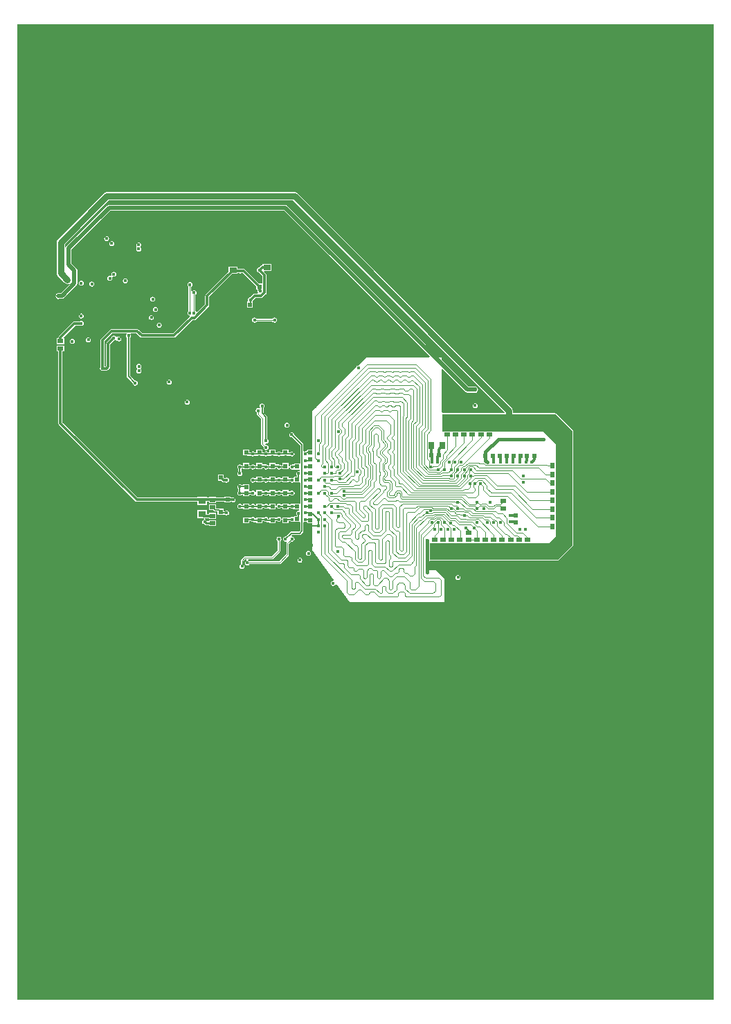
<source format=gbl>
G04 Layer_Physical_Order=4*
G04 Layer_Color=16711680*
%FSLAX43Y43*%
%MOMM*%
G71*
G01*
G75*
%ADD10R,0.700X0.510*%
%ADD11R,0.510X0.700*%
%ADD12R,0.560X0.510*%
%ADD14R,0.640X0.890*%
%ADD15R,0.510X0.560*%
%ADD18C,0.400*%
%ADD19R,0.890X0.640*%
%ADD24C,0.120*%
%ADD25C,0.300*%
%ADD26C,0.200*%
%ADD27C,0.175*%
%ADD30C,0.100*%
%ADD31C,0.500*%
%ADD33C,0.130*%
%ADD34C,0.400*%
%ADD36C,0.090*%
%ADD38C,0.250*%
%ADD39C,0.600*%
%ADD40R,0.950X0.800*%
%ADD41C,0.800*%
G36*
X85592Y408D02*
X408D01*
Y119592D01*
X85592D01*
Y408D01*
D02*
G37*
%LPC*%
G36*
X33400Y70906D02*
X33283Y70883D01*
X33184Y70816D01*
X33117Y70717D01*
X33094Y70600D01*
X33117Y70483D01*
X33184Y70384D01*
X33283Y70317D01*
X33400Y70294D01*
X33517Y70317D01*
X33616Y70384D01*
X33683Y70483D01*
X33706Y70600D01*
X33683Y70717D01*
X33616Y70816D01*
X33517Y70883D01*
X33400Y70906D01*
D02*
G37*
G36*
X34325Y99085D02*
X11350D01*
X11155Y99046D01*
X10990Y98935D01*
X5340Y93285D01*
X5229Y93120D01*
X5190Y92925D01*
Y89225D01*
X5229Y89030D01*
X5340Y88865D01*
X6165Y88040D01*
X6330Y87929D01*
X6525Y87890D01*
X6720Y87929D01*
X6800Y87830D01*
X5727Y86757D01*
X5450D01*
X5313Y86730D01*
X5198Y86652D01*
X5173Y86627D01*
X5095Y86512D01*
X5068Y86375D01*
X5095Y86238D01*
X5173Y86123D01*
X5288Y86045D01*
X5425Y86018D01*
X5551Y86043D01*
X5875D01*
X6012Y86070D01*
X6127Y86148D01*
X7627Y87648D01*
X7705Y87763D01*
X7732Y87900D01*
Y89550D01*
X7705Y89687D01*
X7627Y89802D01*
X7032Y90398D01*
Y92077D01*
X11773Y96818D01*
X33052D01*
X50853Y79017D01*
X50804Y78900D01*
X43074D01*
X42093Y77918D01*
X42013Y77903D01*
X41914Y77836D01*
X41847Y77737D01*
X41832Y77657D01*
X36500Y72326D01*
X36500Y67645D01*
X35840D01*
Y67602D01*
X35790Y67494D01*
X35712Y67478D01*
X35646Y67434D01*
X35615Y67403D01*
X35600Y67406D01*
X35531Y67392D01*
X35404Y67471D01*
Y68220D01*
X35404Y68220D01*
X35388Y68298D01*
X35344Y68364D01*
X34263Y69445D01*
X34266Y69460D01*
X34243Y69577D01*
X34176Y69676D01*
X34077Y69743D01*
X33960Y69766D01*
X33843Y69743D01*
X33744Y69676D01*
X33677Y69577D01*
X33654Y69460D01*
X33677Y69343D01*
X33744Y69244D01*
X33843Y69177D01*
X33960Y69154D01*
X33975Y69157D01*
X34996Y68136D01*
Y66025D01*
X34980Y65905D01*
X34220D01*
Y65804D01*
X34100D01*
X34100Y65804D01*
X34055Y65795D01*
X34000Y65806D01*
X33883Y65783D01*
X33784Y65716D01*
X33717Y65617D01*
X33707Y65565D01*
X33580Y65577D01*
Y65975D01*
X32820D01*
Y65704D01*
X32625D01*
X32616Y65716D01*
X32517Y65783D01*
X32400Y65806D01*
X32371Y65800D01*
X32358Y65808D01*
X32280Y65824D01*
X31980D01*
Y65975D01*
X31220D01*
Y65704D01*
X31025D01*
X31016Y65716D01*
X30917Y65783D01*
X30800Y65806D01*
X30771Y65800D01*
X30758Y65808D01*
X30680Y65824D01*
X30380D01*
Y65975D01*
X29620D01*
Y65704D01*
X29425D01*
X29416Y65716D01*
X29317Y65783D01*
X29200Y65806D01*
X29083Y65783D01*
X28984Y65716D01*
X28975Y65704D01*
X28780D01*
Y65975D01*
X28020D01*
Y65704D01*
X27825D01*
X27816Y65716D01*
X27717Y65783D01*
X27600Y65806D01*
X27483Y65783D01*
X27384Y65716D01*
X27317Y65617D01*
X27294Y65500D01*
X27317Y65383D01*
X27384Y65284D01*
X27396Y65275D01*
Y64925D01*
X27384Y64916D01*
X27317Y64817D01*
X27294Y64700D01*
X27317Y64583D01*
X27384Y64484D01*
X27483Y64417D01*
X27600Y64394D01*
X27717Y64417D01*
X27816Y64484D01*
X27883Y64583D01*
X27906Y64700D01*
X27883Y64817D01*
X27816Y64916D01*
X27804Y64925D01*
Y65275D01*
X27816Y65284D01*
X27825Y65296D01*
X28020D01*
Y65265D01*
X28780D01*
Y65296D01*
X28975D01*
X28984Y65284D01*
X29083Y65217D01*
X29200Y65194D01*
X29317Y65217D01*
X29416Y65284D01*
X29425Y65296D01*
X29620D01*
Y65265D01*
X30380D01*
Y65416D01*
X30511D01*
X30517Y65383D01*
X30584Y65284D01*
X30683Y65217D01*
X30800Y65194D01*
X30917Y65217D01*
X31016Y65284D01*
X31025Y65296D01*
X31220D01*
Y65265D01*
X31980D01*
Y65416D01*
X32111D01*
X32117Y65383D01*
X32184Y65284D01*
X32283Y65217D01*
X32400Y65194D01*
X32517Y65217D01*
X32616Y65284D01*
X32625Y65296D01*
X32820D01*
Y65265D01*
X33580D01*
Y65423D01*
X33707Y65435D01*
X33717Y65383D01*
X33784Y65284D01*
X33883Y65217D01*
X34000Y65194D01*
X34093Y65213D01*
X34220Y65195D01*
Y65195D01*
X34220Y65195D01*
X34980D01*
X34996Y65075D01*
Y65071D01*
X34869Y64992D01*
X34800Y65006D01*
X34683Y64983D01*
X34584Y64916D01*
X34517Y64817D01*
X34494Y64700D01*
X34517Y64583D01*
X34584Y64484D01*
X34596Y64475D01*
Y64305D01*
X34220D01*
Y64267D01*
X34179Y64233D01*
X34093Y64187D01*
X34000Y64206D01*
X33883Y64183D01*
X33784Y64116D01*
X33775Y64104D01*
X33580D01*
Y64325D01*
X32820D01*
Y64114D01*
X32625D01*
X32616Y64126D01*
X32517Y64193D01*
X32400Y64216D01*
X32283Y64193D01*
X32184Y64126D01*
X32175Y64114D01*
X31980D01*
Y64325D01*
X31220D01*
Y64104D01*
X31025D01*
X31016Y64116D01*
X30917Y64183D01*
X30800Y64206D01*
X30683Y64183D01*
X30584Y64116D01*
X30575Y64104D01*
X30380D01*
Y64325D01*
X29620D01*
Y64104D01*
X29425D01*
X29416Y64116D01*
X29317Y64183D01*
X29200Y64206D01*
X29083Y64183D01*
X28984Y64116D01*
X28917Y64017D01*
X28894Y63900D01*
X28917Y63783D01*
X28984Y63684D01*
X29083Y63617D01*
X29200Y63594D01*
X29317Y63617D01*
X29416Y63684D01*
X29425Y63696D01*
X29620D01*
Y63615D01*
X30380D01*
Y63696D01*
X30575D01*
X30584Y63684D01*
X30683Y63617D01*
X30800Y63594D01*
X30917Y63617D01*
X31016Y63684D01*
X31025Y63696D01*
X31220D01*
Y63615D01*
X31980D01*
Y63706D01*
X32175D01*
X32184Y63694D01*
X32283Y63627D01*
X32400Y63604D01*
X32517Y63627D01*
X32616Y63694D01*
X32625Y63706D01*
X32820D01*
Y63615D01*
X33580D01*
Y63696D01*
X33775D01*
X33784Y63684D01*
X33883Y63617D01*
X34000Y63594D01*
X34093Y63613D01*
X34220Y63595D01*
Y63595D01*
X34220Y63595D01*
X34980D01*
X34996Y63475D01*
Y61125D01*
X34980Y61005D01*
X34869Y61005D01*
X34220D01*
X34220Y61005D01*
X34093Y60987D01*
X34000Y61006D01*
X33883Y60983D01*
X33784Y60916D01*
X33775Y60904D01*
X33580D01*
Y61015D01*
X32820D01*
Y60904D01*
X32625D01*
X32616Y60916D01*
X32517Y60983D01*
X32400Y61006D01*
X32283Y60983D01*
X32184Y60916D01*
X32117Y60817D01*
X32107Y60765D01*
X31980Y60777D01*
Y61015D01*
X31220D01*
Y60864D01*
X31051D01*
X31016Y60916D01*
X30917Y60983D01*
X30800Y61006D01*
X30683Y60983D01*
X30584Y60916D01*
X30575Y60904D01*
X30380D01*
Y61015D01*
X29620D01*
Y60864D01*
X29451D01*
X29416Y60916D01*
X29317Y60983D01*
X29200Y61006D01*
X29083Y60983D01*
X28984Y60916D01*
X28949Y60864D01*
X28780D01*
Y61015D01*
X28020D01*
Y60864D01*
X27851D01*
X27816Y60916D01*
X27717Y60983D01*
X27600Y61006D01*
X27483Y60983D01*
X27384Y60916D01*
X27317Y60817D01*
X27294Y60700D01*
X27317Y60583D01*
X27384Y60484D01*
X27483Y60417D01*
X27600Y60394D01*
X27717Y60417D01*
X27775Y60456D01*
X28020D01*
Y60305D01*
X28780D01*
Y60456D01*
X29025D01*
X29083Y60417D01*
X29200Y60394D01*
X29317Y60417D01*
X29375Y60456D01*
X29620D01*
Y60305D01*
X30380D01*
Y60496D01*
X30575D01*
X30584Y60484D01*
X30683Y60417D01*
X30800Y60394D01*
X30917Y60417D01*
X30975Y60456D01*
X31220D01*
Y60305D01*
X31980D01*
Y60623D01*
X32107Y60635D01*
X32117Y60583D01*
X32184Y60484D01*
X32283Y60417D01*
X32400Y60394D01*
X32517Y60417D01*
X32616Y60484D01*
X32625Y60496D01*
X32820D01*
Y60305D01*
X33580D01*
Y60496D01*
X33775D01*
X33784Y60484D01*
X33883Y60417D01*
X34000Y60394D01*
X34093Y60413D01*
X34179Y60367D01*
X34220Y60333D01*
Y60295D01*
X34875Y60295D01*
X34882Y60269D01*
X34811Y60171D01*
X34783Y60153D01*
X34683Y60133D01*
X34584Y60066D01*
X34517Y59967D01*
X34494Y59850D01*
X34517Y59733D01*
X34584Y59634D01*
X34596Y59625D01*
Y59505D01*
X34220D01*
Y59467D01*
X34179Y59433D01*
X34093Y59387D01*
X34000Y59406D01*
X33883Y59383D01*
X33784Y59316D01*
X33775Y59304D01*
X33580D01*
Y59325D01*
X32820D01*
Y59177D01*
X32693Y59165D01*
X32683Y59217D01*
X32616Y59316D01*
X32517Y59383D01*
X32400Y59406D01*
X32283Y59383D01*
X32184Y59316D01*
X32175Y59304D01*
X31980D01*
Y59325D01*
X31220D01*
Y59174D01*
X31091D01*
X31083Y59217D01*
X31016Y59316D01*
X30917Y59383D01*
X30800Y59406D01*
X30683Y59383D01*
X30584Y59316D01*
X30575Y59304D01*
X30380D01*
Y59325D01*
X29620D01*
Y59174D01*
X29491D01*
X29483Y59217D01*
X29416Y59316D01*
X29317Y59383D01*
X29200Y59406D01*
X29083Y59383D01*
X28984Y59316D01*
X28975Y59304D01*
X28780D01*
Y59325D01*
X28020D01*
Y58615D01*
X28780D01*
Y58896D01*
X28975D01*
X28984Y58884D01*
X29083Y58817D01*
X29200Y58794D01*
X29226Y58799D01*
X29252Y58782D01*
X29330Y58766D01*
X29330Y58766D01*
X29620D01*
Y58615D01*
X30380D01*
Y58896D01*
X30575D01*
X30584Y58884D01*
X30683Y58817D01*
X30800Y58794D01*
X30826Y58799D01*
X30852Y58782D01*
X30930Y58766D01*
X31220D01*
Y58615D01*
X31980D01*
Y58896D01*
X32175D01*
X32184Y58884D01*
X32283Y58817D01*
X32400Y58794D01*
X32517Y58817D01*
X32616Y58884D01*
X32683Y58983D01*
X32693Y59035D01*
X32820Y59023D01*
Y58615D01*
X33580D01*
Y58896D01*
X33775D01*
X33784Y58884D01*
X33883Y58817D01*
X34000Y58794D01*
X34093Y58813D01*
X34220Y58795D01*
Y58795D01*
X34220Y58795D01*
X34980D01*
X34996Y58675D01*
Y57759D01*
X34841Y57604D01*
X33900D01*
X33822Y57588D01*
X33756Y57544D01*
X33215Y57003D01*
X33200Y57006D01*
X33083Y56983D01*
X32984Y56916D01*
X32917Y56817D01*
X32894Y56700D01*
X32917Y56583D01*
X32984Y56484D01*
X33083Y56417D01*
X33200Y56394D01*
X33306Y56415D01*
X33313Y56409D01*
X33342Y56271D01*
X33335Y56265D01*
X33288Y56150D01*
Y54867D01*
X32383Y53962D01*
X28777D01*
X28741Y54016D01*
X28642Y54083D01*
X28627Y54086D01*
X28639Y54213D01*
X31550D01*
X31665Y54260D01*
X32515Y55110D01*
X32562Y55225D01*
Y56448D01*
X32616Y56484D01*
X32683Y56583D01*
X32706Y56700D01*
X32683Y56817D01*
X32616Y56916D01*
X32517Y56983D01*
X32400Y57006D01*
X32283Y56983D01*
X32184Y56916D01*
X32117Y56817D01*
X32094Y56700D01*
X32117Y56583D01*
X32184Y56484D01*
X32238Y56448D01*
Y55292D01*
X31483Y54537D01*
X28175D01*
X28060Y54490D01*
X27760Y54190D01*
X27713Y54075D01*
Y53627D01*
X27659Y53591D01*
X27592Y53492D01*
X27569Y53375D01*
X27592Y53258D01*
X27659Y53159D01*
X27758Y53092D01*
X27875Y53069D01*
X27992Y53092D01*
X28091Y53159D01*
X28158Y53258D01*
X28181Y53375D01*
X28158Y53492D01*
X28091Y53591D01*
X28037Y53627D01*
Y54008D01*
X28242Y54213D01*
X28411D01*
X28423Y54086D01*
X28408Y54083D01*
X28309Y54016D01*
X28242Y53917D01*
X28219Y53800D01*
X28242Y53683D01*
X28309Y53584D01*
X28408Y53517D01*
X28525Y53494D01*
X28642Y53517D01*
X28741Y53584D01*
X28777Y53638D01*
X32450D01*
X32565Y53685D01*
X33565Y54685D01*
X33612Y54800D01*
Y56083D01*
X33936Y56407D01*
X34000Y56394D01*
X34117Y56417D01*
X34216Y56484D01*
X34283Y56583D01*
X34306Y56700D01*
X34283Y56817D01*
X34216Y56916D01*
X34117Y56983D01*
X34000Y57006D01*
X33985Y57003D01*
X33927Y57114D01*
X33993Y57196D01*
X34925D01*
X35003Y57212D01*
X35069Y57256D01*
X35344Y57531D01*
X35388Y57597D01*
X35404Y57675D01*
Y58729D01*
X35531Y58808D01*
X35600Y58794D01*
X35713Y58817D01*
X35717Y58817D01*
X35840Y58747D01*
Y58615D01*
X36500D01*
X36500Y55362D01*
X39088Y51704D01*
X39053Y51633D01*
X39017Y51583D01*
X38913Y51563D01*
X38814Y51496D01*
X38747Y51397D01*
X38724Y51280D01*
X38747Y51163D01*
X38814Y51064D01*
X38913Y50997D01*
X39030Y50974D01*
X39147Y50997D01*
X39246Y51064D01*
X39313Y51163D01*
X39313Y51165D01*
X39448Y51194D01*
X41000Y49000D01*
X52650D01*
Y51875D01*
X51625Y52900D01*
X50786D01*
Y53929D01*
X50870Y54032D01*
X51610D01*
X51646Y54047D01*
X52334D01*
X52370Y54032D01*
X66480D01*
X66557Y54063D01*
X68387Y55893D01*
X68418Y55970D01*
X68418Y58310D01*
X68413Y58322D01*
Y59058D01*
X68418Y59070D01*
X68418Y60430D01*
X68413Y60442D01*
Y61178D01*
X68418Y61190D01*
X68418Y62680D01*
X68413Y62692D01*
Y63428D01*
X68418Y63440D01*
X68418Y64700D01*
X68413Y64712D01*
Y65448D01*
X68418Y65460D01*
X68418Y69936D01*
X68418Y69938D01*
X68418Y69939D01*
X68402Y69976D01*
X68387Y70013D01*
X68385Y70014D01*
X68385Y70015D01*
X66249Y72048D01*
X66211Y72063D01*
X66174Y72078D01*
X62950Y72078D01*
X61010Y72078D01*
Y72400D01*
X60971Y72595D01*
X60860Y72760D01*
X34685Y98935D01*
X34520Y99046D01*
X34325Y99085D01*
D02*
G37*
G36*
X33580Y67645D02*
X32820D01*
Y67304D01*
X32625D01*
X32616Y67316D01*
X32517Y67383D01*
X32400Y67406D01*
X32283Y67383D01*
X32184Y67316D01*
X32175Y67304D01*
X31980D01*
Y67645D01*
X31220D01*
Y67304D01*
X31025D01*
X31016Y67316D01*
X30917Y67383D01*
X30800Y67406D01*
X30683Y67383D01*
X30584Y67316D01*
X30575Y67304D01*
X30380D01*
Y67645D01*
X29620D01*
Y67304D01*
X29425D01*
X29416Y67316D01*
X29317Y67383D01*
X29200Y67406D01*
X29083Y67383D01*
X28984Y67316D01*
X28975Y67304D01*
X28780D01*
Y67645D01*
X28020D01*
Y66935D01*
X28477D01*
X28512Y66912D01*
X28590Y66896D01*
X28975D01*
X28984Y66884D01*
X29083Y66817D01*
X29200Y66794D01*
X29317Y66817D01*
X29416Y66884D01*
X29425Y66896D01*
X29810D01*
X29888Y66912D01*
X29923Y66935D01*
X30077D01*
X30112Y66912D01*
X30190Y66896D01*
X30575D01*
X30584Y66884D01*
X30683Y66817D01*
X30800Y66794D01*
X30917Y66817D01*
X31016Y66884D01*
X31025Y66896D01*
X31410D01*
X31488Y66912D01*
X31523Y66935D01*
X31677D01*
X31712Y66912D01*
X31790Y66896D01*
X32175D01*
X32184Y66884D01*
X32283Y66817D01*
X32400Y66794D01*
X32517Y66817D01*
X32616Y66884D01*
X32625Y66896D01*
X33010D01*
X33088Y66912D01*
X33123Y66935D01*
X33277D01*
X33312Y66912D01*
X33390Y66896D01*
X33775D01*
X33784Y66884D01*
X33883Y66817D01*
X34000Y66794D01*
X34117Y66817D01*
X34216Y66884D01*
X34283Y66983D01*
X34306Y67100D01*
X34283Y67217D01*
X34216Y67316D01*
X34117Y67383D01*
X34000Y67406D01*
X33883Y67383D01*
X33784Y67316D01*
X33775Y67304D01*
X33580D01*
Y67645D01*
D02*
G37*
G36*
X30350Y73256D02*
X30233Y73233D01*
X30134Y73166D01*
X30067Y73067D01*
X30044Y72950D01*
X30067Y72833D01*
X30105Y72776D01*
X30106Y72742D01*
X30061Y72704D01*
X29977Y72681D01*
X29967Y72683D01*
X29850Y72706D01*
X29733Y72683D01*
X29634Y72616D01*
X29567Y72517D01*
X29544Y72400D01*
X29567Y72283D01*
X29634Y72184D01*
X29687Y72148D01*
Y71925D01*
X29687Y71925D01*
X29699Y71863D01*
X29735Y71810D01*
X30212Y71332D01*
Y68325D01*
X30212Y68325D01*
X30224Y68263D01*
X30260Y68210D01*
X30532Y67938D01*
X30519Y67875D01*
X30542Y67758D01*
X30609Y67659D01*
X30708Y67592D01*
X30825Y67569D01*
X30942Y67592D01*
X31041Y67659D01*
X31108Y67758D01*
X31131Y67875D01*
X31108Y67992D01*
X31041Y68091D01*
X30942Y68158D01*
X30825Y68181D01*
X30781Y68172D01*
X30691Y68262D01*
X30692Y68268D01*
X30825Y68369D01*
X30942Y68392D01*
X31041Y68459D01*
X31108Y68558D01*
X31131Y68675D01*
X31108Y68792D01*
X31041Y68891D01*
X30993Y68923D01*
Y71600D01*
X30980Y71664D01*
X30944Y71719D01*
X30518Y72145D01*
Y72702D01*
X30566Y72734D01*
X30633Y72833D01*
X30656Y72950D01*
X30633Y73067D01*
X30566Y73166D01*
X30467Y73233D01*
X30350Y73256D01*
D02*
G37*
G36*
X15275Y78106D02*
X15158Y78083D01*
X15059Y78016D01*
X14992Y77917D01*
X14969Y77800D01*
X14992Y77683D01*
X15042Y77608D01*
X15052Y77525D01*
X15042Y77442D01*
X14992Y77367D01*
X14969Y77250D01*
X14992Y77133D01*
X15059Y77034D01*
X15158Y76967D01*
X15275Y76944D01*
X15392Y76967D01*
X15491Y77034D01*
X15558Y77133D01*
X15581Y77250D01*
X15558Y77367D01*
X15508Y77442D01*
X15498Y77525D01*
X15508Y77608D01*
X15558Y77683D01*
X15581Y77800D01*
X15558Y77917D01*
X15491Y78016D01*
X15392Y78083D01*
X15275Y78106D01*
D02*
G37*
G36*
X18950Y76206D02*
X18833Y76183D01*
X18734Y76116D01*
X18667Y76017D01*
X18644Y75900D01*
X18667Y75783D01*
X18734Y75684D01*
X18833Y75617D01*
X18950Y75594D01*
X19067Y75617D01*
X19166Y75684D01*
X19233Y75783D01*
X19256Y75900D01*
X19233Y76017D01*
X19166Y76116D01*
X19067Y76183D01*
X18950Y76206D01*
D02*
G37*
G36*
X21175Y73731D02*
X21058Y73708D01*
X20959Y73641D01*
X20892Y73542D01*
X20869Y73425D01*
X20892Y73308D01*
X20959Y73209D01*
X21058Y73142D01*
X21175Y73119D01*
X21292Y73142D01*
X21391Y73209D01*
X21458Y73308D01*
X21481Y73425D01*
X21458Y73542D01*
X21391Y73641D01*
X21292Y73708D01*
X21175Y73731D01*
D02*
G37*
G36*
X25630Y64605D02*
X24920D01*
Y63845D01*
X25295D01*
X25420Y63720D01*
X25502Y63665D01*
X25600Y63645D01*
X25841D01*
X25883Y63617D01*
X26000Y63594D01*
X26117Y63617D01*
X26216Y63684D01*
X26283Y63783D01*
X26306Y63900D01*
X26283Y64017D01*
X26216Y64116D01*
X26117Y64183D01*
X26000Y64206D01*
X25883Y64183D01*
X25841Y64155D01*
X25706D01*
X25630Y64230D01*
Y64605D01*
D02*
G37*
G36*
X36000Y55240D02*
X35883Y55217D01*
X35784Y55151D01*
X35717Y55051D01*
X35694Y54934D01*
X35717Y54817D01*
X35784Y54718D01*
X35883Y54652D01*
X36000Y54628D01*
X36117Y54652D01*
X36216Y54718D01*
X36283Y54817D01*
X36306Y54934D01*
X36283Y55051D01*
X36216Y55151D01*
X36117Y55217D01*
X36000Y55240D01*
D02*
G37*
G36*
X34950Y54431D02*
X34833Y54408D01*
X34734Y54341D01*
X34667Y54242D01*
X34644Y54125D01*
X34667Y54008D01*
X34734Y53909D01*
X34833Y53842D01*
X34950Y53819D01*
X35067Y53842D01*
X35166Y53909D01*
X35233Y54008D01*
X35256Y54125D01*
X35233Y54242D01*
X35166Y54341D01*
X35067Y54408D01*
X34950Y54431D01*
D02*
G37*
G36*
X54290Y52326D02*
X54173Y52303D01*
X54074Y52236D01*
X54007Y52137D01*
X53984Y52020D01*
X54007Y51903D01*
X54074Y51804D01*
X54173Y51737D01*
X54290Y51714D01*
X54407Y51737D01*
X54506Y51804D01*
X54573Y51903D01*
X54596Y52020D01*
X54573Y52137D01*
X54506Y52236D01*
X54407Y52303D01*
X54290Y52326D01*
D02*
G37*
G36*
X23575Y60225D02*
X22425D01*
Y59225D01*
X23273D01*
X23285Y59098D01*
X23208Y59083D01*
X23109Y59016D01*
X23042Y58917D01*
X23019Y58800D01*
X23042Y58683D01*
X23109Y58584D01*
X23208Y58517D01*
X23302Y58499D01*
X23338Y58463D01*
X23412Y58413D01*
X23500Y58396D01*
X23825D01*
Y58270D01*
X24725D01*
Y58980D01*
X23825D01*
Y58854D01*
X23620D01*
X23608Y58917D01*
X23541Y59016D01*
X23442Y59083D01*
X23365Y59098D01*
X23377Y59225D01*
X23575D01*
Y59270D01*
X23825D01*
Y59170D01*
X24725D01*
Y59880D01*
X23825D01*
Y59780D01*
X23575D01*
Y60225D01*
D02*
G37*
G36*
X28780Y63425D02*
X28020D01*
Y63304D01*
X27825D01*
X27816Y63316D01*
X27717Y63383D01*
X27600Y63406D01*
X27483Y63383D01*
X27384Y63316D01*
X27317Y63217D01*
X27294Y63100D01*
X27317Y62983D01*
X27384Y62884D01*
X27396Y62875D01*
Y62525D01*
X27384Y62516D01*
X27317Y62417D01*
X27294Y62300D01*
X27317Y62183D01*
X27384Y62084D01*
X27483Y62017D01*
X27600Y61994D01*
X27717Y62017D01*
X27816Y62084D01*
X27825Y62096D01*
X28020D01*
Y61965D01*
X28780D01*
Y62096D01*
X28975D01*
X28984Y62084D01*
X29083Y62017D01*
X29200Y61994D01*
X29317Y62017D01*
X29416Y62084D01*
X29483Y62183D01*
X29493Y62235D01*
X29620Y62223D01*
Y61965D01*
X30380D01*
Y62116D01*
X30562D01*
X30584Y62084D01*
X30683Y62017D01*
X30800Y61994D01*
X30917Y62017D01*
X31016Y62084D01*
X31025Y62096D01*
X31220D01*
Y61965D01*
X31980D01*
Y62116D01*
X32162D01*
X32184Y62084D01*
X32283Y62017D01*
X32400Y61994D01*
X32517Y62017D01*
X32616Y62084D01*
X32625Y62096D01*
X32820D01*
Y61965D01*
X33580D01*
Y62116D01*
X33762D01*
X33784Y62084D01*
X33883Y62017D01*
X34000Y61994D01*
X34117Y62017D01*
X34216Y62084D01*
X34283Y62183D01*
X34306Y62300D01*
X34283Y62417D01*
X34216Y62516D01*
X34117Y62583D01*
X34000Y62606D01*
X33883Y62583D01*
X33795Y62524D01*
X33580D01*
Y62675D01*
X32820D01*
Y62504D01*
X32625D01*
X32616Y62516D01*
X32517Y62583D01*
X32400Y62606D01*
X32283Y62583D01*
X32195Y62524D01*
X31980D01*
Y62675D01*
X31220D01*
Y62504D01*
X31025D01*
X31016Y62516D01*
X30917Y62583D01*
X30800Y62606D01*
X30683Y62583D01*
X30595Y62524D01*
X30380D01*
Y62675D01*
X29620D01*
Y62377D01*
X29493Y62365D01*
X29483Y62417D01*
X29416Y62516D01*
X29317Y62583D01*
X29200Y62606D01*
X29083Y62583D01*
X28984Y62516D01*
X28975Y62504D01*
X28780D01*
Y62675D01*
X28780D01*
Y62715D01*
X28780D01*
Y63425D01*
D02*
G37*
G36*
X6125Y80330D02*
X5225D01*
Y79620D01*
X5420D01*
Y70825D01*
X5440Y70727D01*
X5495Y70645D01*
X14820Y61320D01*
X14902Y61265D01*
X15000Y61245D01*
X22425D01*
Y60825D01*
X23575D01*
Y61245D01*
X23825D01*
Y61120D01*
X24725D01*
Y61245D01*
X25720D01*
Y61145D01*
X26480D01*
Y61245D01*
X26641D01*
X26683Y61217D01*
X26800Y61194D01*
X26917Y61217D01*
X27016Y61284D01*
X27083Y61383D01*
X27106Y61500D01*
X27083Y61617D01*
X27016Y61716D01*
X26917Y61783D01*
X26800Y61806D01*
X26683Y61783D01*
X26642Y61755D01*
X26480D01*
Y61855D01*
X25720D01*
Y61755D01*
X24725D01*
Y61830D01*
X23825D01*
Y61755D01*
X23575D01*
Y61825D01*
X22425D01*
Y61755D01*
X15106D01*
X5930Y70931D01*
Y79620D01*
X6125D01*
Y80330D01*
D02*
G37*
G36*
X24725Y60930D02*
X23825D01*
Y60220D01*
X24342D01*
X24456Y60106D01*
X24522Y60062D01*
X24600Y60046D01*
X24600Y60046D01*
X24870D01*
Y59670D01*
X25630D01*
Y59696D01*
X25775D01*
X25784Y59684D01*
X25883Y59617D01*
X26000Y59594D01*
X26117Y59617D01*
X26216Y59684D01*
X26283Y59783D01*
X26306Y59900D01*
X26283Y60017D01*
X26216Y60116D01*
X26117Y60183D01*
X26000Y60206D01*
X25883Y60183D01*
X25784Y60116D01*
X25775Y60104D01*
X25630D01*
Y60380D01*
X25183D01*
X25169Y60394D01*
X25103Y60438D01*
X25025Y60454D01*
X24725D01*
Y60930D01*
D02*
G37*
G36*
X7100Y81156D02*
X6983Y81133D01*
X6884Y81066D01*
X6817Y80967D01*
X6794Y80850D01*
X6817Y80733D01*
X6884Y80634D01*
X6983Y80567D01*
X7100Y80544D01*
X7217Y80567D01*
X7316Y80634D01*
X7383Y80733D01*
X7406Y80850D01*
X7383Y80967D01*
X7316Y81066D01*
X7217Y81133D01*
X7100Y81156D01*
D02*
G37*
G36*
X8200Y88256D02*
X8083Y88233D01*
X7984Y88166D01*
X7917Y88067D01*
X7894Y87950D01*
X7917Y87833D01*
X7984Y87734D01*
X8083Y87667D01*
X8200Y87644D01*
X8317Y87667D01*
X8416Y87734D01*
X8483Y87833D01*
X8506Y87950D01*
X8483Y88067D01*
X8416Y88166D01*
X8317Y88233D01*
X8200Y88256D01*
D02*
G37*
G36*
X31470Y90320D02*
X30380D01*
Y90155D01*
X30325D01*
X30227Y90135D01*
X30145Y90080D01*
X29932Y89867D01*
X29883Y89858D01*
X29784Y89791D01*
X29717Y89692D01*
X29694Y89575D01*
X29717Y89458D01*
X29784Y89359D01*
X29883Y89292D01*
X29932Y89283D01*
X30345Y88869D01*
Y87930D01*
X29980D01*
X28280Y89630D01*
X28198Y89685D01*
X28100Y89705D01*
X27809D01*
X27767Y89733D01*
X27650Y89756D01*
X27533Y89733D01*
X27491Y89705D01*
X27345D01*
Y89995D01*
X26255D01*
Y89390D01*
X23445Y86580D01*
X23390Y86498D01*
X23370Y86400D01*
Y85381D01*
X22403Y84413D01*
X22260Y84450D01*
X22216Y84516D01*
X22162Y84552D01*
Y86548D01*
X22216Y86584D01*
X22283Y86683D01*
X22306Y86800D01*
X22283Y86917D01*
X22216Y87016D01*
X22117Y87083D01*
X22000Y87106D01*
X21883Y87083D01*
X21789Y87020D01*
X21757Y87027D01*
X21662Y87063D01*
Y87548D01*
X21716Y87584D01*
X21783Y87683D01*
X21806Y87800D01*
X21783Y87917D01*
X21716Y88016D01*
X21617Y88083D01*
X21500Y88106D01*
X21383Y88083D01*
X21284Y88016D01*
X21217Y87917D01*
X21194Y87800D01*
X21217Y87683D01*
X21284Y87584D01*
X21338Y87548D01*
Y84552D01*
X21284Y84516D01*
X21217Y84417D01*
X21194Y84300D01*
X21217Y84183D01*
X21284Y84084D01*
X21383Y84017D01*
X21445Y84005D01*
X21454Y83993D01*
X21486Y83872D01*
X19419Y81805D01*
X15731D01*
X15230Y82305D01*
X15148Y82360D01*
X15050Y82380D01*
X11925D01*
X11827Y82360D01*
X11745Y82305D01*
X10620Y81180D01*
X10564Y81098D01*
X10545Y81000D01*
Y77709D01*
X10517Y77667D01*
X10494Y77550D01*
X10517Y77433D01*
X10584Y77334D01*
X10683Y77267D01*
X10800Y77244D01*
X10917Y77267D01*
X10958Y77295D01*
X11325D01*
X11423Y77315D01*
X11505Y77370D01*
X11705Y77570D01*
X11760Y77652D01*
X11780Y77750D01*
Y80469D01*
X12268Y80958D01*
X12317Y80967D01*
X12391Y81017D01*
X12448Y81024D01*
X12543Y80995D01*
X12584Y80934D01*
X12683Y80867D01*
X12800Y80844D01*
X12917Y80867D01*
X13016Y80934D01*
X13083Y81033D01*
X13106Y81150D01*
X13083Y81267D01*
X13016Y81366D01*
X12917Y81433D01*
X12800Y81456D01*
X12683Y81433D01*
X12609Y81383D01*
X12552Y81376D01*
X12457Y81405D01*
X12416Y81466D01*
X12317Y81533D01*
X12200Y81556D01*
X12083Y81533D01*
X11984Y81466D01*
X11917Y81367D01*
X11908Y81318D01*
X11345Y80755D01*
X11290Y80673D01*
X11270Y80575D01*
Y77856D01*
X11219Y77805D01*
X11055D01*
Y80894D01*
X12031Y81870D01*
X13712D01*
X13741Y81827D01*
X13768Y81743D01*
X13717Y81667D01*
X13694Y81550D01*
X13717Y81433D01*
X13784Y81334D01*
X13796Y81325D01*
Y76575D01*
X13812Y76497D01*
X13856Y76431D01*
X14522Y75765D01*
X14519Y75750D01*
X14542Y75633D01*
X14609Y75534D01*
X14708Y75467D01*
X14825Y75444D01*
X14942Y75467D01*
X15041Y75534D01*
X15108Y75633D01*
X15131Y75750D01*
X15108Y75867D01*
X15041Y75966D01*
X14942Y76033D01*
X14825Y76056D01*
X14810Y76053D01*
X14204Y76659D01*
Y81325D01*
X14216Y81334D01*
X14283Y81433D01*
X14306Y81550D01*
X14283Y81667D01*
X14232Y81743D01*
X14259Y81827D01*
X14288Y81870D01*
X14944D01*
X15445Y81370D01*
X15527Y81315D01*
X15625Y81295D01*
X19525D01*
X19623Y81315D01*
X19705Y81370D01*
X21806Y83470D01*
X22075D01*
X22173Y83490D01*
X22255Y83545D01*
X23805Y85095D01*
X23860Y85177D01*
X23880Y85275D01*
Y86294D01*
X26740Y89155D01*
X27345D01*
Y89195D01*
X27491D01*
X27533Y89167D01*
X27650Y89144D01*
X27767Y89167D01*
X27809Y89195D01*
X27994D01*
X29645Y87545D01*
Y87170D01*
X29745D01*
Y87050D01*
X29764Y86952D01*
X29777Y86933D01*
X29792Y86858D01*
X29827Y86807D01*
X29765Y86680D01*
X29400D01*
X29302Y86660D01*
X29220Y86605D01*
X28832Y86217D01*
X28783Y86208D01*
X28684Y86141D01*
X28617Y86042D01*
X28594Y85925D01*
X28608Y85857D01*
X28528Y85730D01*
X28470D01*
Y84970D01*
X29180D01*
Y85730D01*
X29180Y85730D01*
X29191Y85852D01*
X29192Y85857D01*
X29506Y86170D01*
X30225D01*
X30323Y86190D01*
X30405Y86245D01*
X30780Y86620D01*
X30835Y86702D01*
X30855Y86800D01*
Y88975D01*
X30835Y89073D01*
X30780Y89155D01*
X30573Y89363D01*
X30621Y89480D01*
X31470D01*
Y90320D01*
D02*
G37*
G36*
X16950Y86306D02*
X16833Y86283D01*
X16734Y86216D01*
X16667Y86117D01*
X16644Y86000D01*
X16667Y85883D01*
X16734Y85784D01*
X16833Y85717D01*
X16950Y85694D01*
X17067Y85717D01*
X17166Y85784D01*
X17233Y85883D01*
X17256Y86000D01*
X17233Y86117D01*
X17166Y86216D01*
X17067Y86283D01*
X16950Y86306D01*
D02*
G37*
G36*
X9500Y88156D02*
X9383Y88133D01*
X9284Y88066D01*
X9217Y87967D01*
X9194Y87850D01*
X9217Y87733D01*
X9284Y87634D01*
X9383Y87567D01*
X9500Y87544D01*
X9617Y87567D01*
X9716Y87634D01*
X9783Y87733D01*
X9806Y87850D01*
X9783Y87967D01*
X9716Y88066D01*
X9617Y88133D01*
X9500Y88156D01*
D02*
G37*
G36*
X13600Y88556D02*
X13483Y88533D01*
X13384Y88466D01*
X13317Y88367D01*
X13294Y88250D01*
X13317Y88133D01*
X13384Y88034D01*
X13483Y87967D01*
X13600Y87944D01*
X13717Y87967D01*
X13816Y88034D01*
X13883Y88133D01*
X13906Y88250D01*
X13883Y88367D01*
X13816Y88466D01*
X13717Y88533D01*
X13600Y88556D01*
D02*
G37*
G36*
X11950Y93131D02*
X11833Y93108D01*
X11734Y93041D01*
X11667Y92942D01*
X11644Y92825D01*
X11667Y92708D01*
X11734Y92609D01*
X11833Y92542D01*
X11950Y92519D01*
X12067Y92542D01*
X12166Y92609D01*
X12233Y92708D01*
X12256Y92825D01*
X12233Y92942D01*
X12166Y93041D01*
X12067Y93108D01*
X11950Y93131D01*
D02*
G37*
G36*
X11325Y93731D02*
X11208Y93708D01*
X11109Y93641D01*
X11042Y93542D01*
X11019Y93425D01*
X11042Y93308D01*
X11109Y93209D01*
X11208Y93142D01*
X11325Y93119D01*
X11442Y93142D01*
X11541Y93209D01*
X11608Y93308D01*
X11631Y93425D01*
X11608Y93542D01*
X11541Y93641D01*
X11442Y93708D01*
X11325Y93731D01*
D02*
G37*
G36*
X12200Y89356D02*
X12083Y89333D01*
X11984Y89266D01*
X11917Y89167D01*
X11894Y89050D01*
X11917Y88933D01*
X11935Y88906D01*
X11844Y88815D01*
X11817Y88833D01*
X11700Y88856D01*
X11583Y88833D01*
X11484Y88766D01*
X11417Y88667D01*
X11394Y88550D01*
X11417Y88433D01*
X11484Y88334D01*
X11583Y88267D01*
X11700Y88244D01*
X11817Y88267D01*
X11916Y88334D01*
X11983Y88433D01*
X12006Y88550D01*
X11983Y88667D01*
X11965Y88694D01*
X12056Y88785D01*
X12083Y88767D01*
X12200Y88744D01*
X12317Y88767D01*
X12416Y88834D01*
X12483Y88933D01*
X12506Y89050D01*
X12483Y89167D01*
X12416Y89266D01*
X12317Y89333D01*
X12200Y89356D01*
D02*
G37*
G36*
X15225Y92956D02*
X15108Y92933D01*
X15009Y92866D01*
X14942Y92767D01*
X14919Y92650D01*
X14942Y92533D01*
X14969Y92493D01*
X14998Y92400D01*
X14969Y92307D01*
X14942Y92267D01*
X14919Y92150D01*
X14942Y92033D01*
X15009Y91934D01*
X15108Y91867D01*
X15225Y91844D01*
X15342Y91867D01*
X15441Y91934D01*
X15508Y92033D01*
X15531Y92150D01*
X15508Y92267D01*
X15481Y92307D01*
X15452Y92400D01*
X15481Y92493D01*
X15508Y92533D01*
X15531Y92650D01*
X15508Y92767D01*
X15441Y92866D01*
X15342Y92933D01*
X15225Y92956D01*
D02*
G37*
G36*
X9100Y81356D02*
X8983Y81333D01*
X8884Y81266D01*
X8817Y81167D01*
X8794Y81050D01*
X8817Y80933D01*
X8884Y80834D01*
X8983Y80767D01*
X9100Y80744D01*
X9217Y80767D01*
X9316Y80834D01*
X9383Y80933D01*
X9406Y81050D01*
X9383Y81167D01*
X9316Y81266D01*
X9217Y81333D01*
X9100Y81356D01*
D02*
G37*
G36*
X8200Y83356D02*
X8083Y83333D01*
X8041Y83305D01*
X7375D01*
X7277Y83285D01*
X7195Y83230D01*
X5495Y81530D01*
X5440Y81448D01*
X5420Y81350D01*
Y81230D01*
X5225D01*
Y80520D01*
X6125D01*
Y81230D01*
X6095D01*
X6042Y81357D01*
X7481Y82795D01*
X8041D01*
X8083Y82767D01*
X8200Y82744D01*
X8317Y82767D01*
X8416Y82834D01*
X8483Y82933D01*
X8506Y83050D01*
X8483Y83167D01*
X8416Y83266D01*
X8317Y83333D01*
X8200Y83356D01*
D02*
G37*
G36*
X17750Y83131D02*
X17633Y83108D01*
X17534Y83041D01*
X17467Y82942D01*
X17444Y82825D01*
X17467Y82708D01*
X17534Y82609D01*
X17633Y82542D01*
X17750Y82519D01*
X17867Y82542D01*
X17966Y82609D01*
X18033Y82708D01*
X18056Y82825D01*
X18033Y82942D01*
X17966Y83041D01*
X17867Y83108D01*
X17750Y83131D01*
D02*
G37*
G36*
X16800Y84081D02*
X16683Y84058D01*
X16584Y83991D01*
X16517Y83892D01*
X16494Y83775D01*
X16517Y83658D01*
X16584Y83559D01*
X16683Y83492D01*
X16800Y83469D01*
X16917Y83492D01*
X17016Y83559D01*
X17083Y83658D01*
X17106Y83775D01*
X17083Y83892D01*
X17016Y83991D01*
X16917Y84058D01*
X16800Y84081D01*
D02*
G37*
G36*
X17300Y85056D02*
X17183Y85033D01*
X17084Y84966D01*
X17017Y84867D01*
X16994Y84750D01*
X17017Y84633D01*
X17084Y84534D01*
X17183Y84467D01*
X17300Y84444D01*
X17417Y84467D01*
X17516Y84534D01*
X17583Y84633D01*
X17606Y84750D01*
X17583Y84867D01*
X17516Y84966D01*
X17417Y85033D01*
X17300Y85056D01*
D02*
G37*
G36*
X8200Y84256D02*
X8083Y84233D01*
X7984Y84166D01*
X7917Y84067D01*
X7894Y83950D01*
X7917Y83833D01*
X7984Y83734D01*
X8083Y83667D01*
X8200Y83644D01*
X8317Y83667D01*
X8416Y83734D01*
X8483Y83833D01*
X8506Y83950D01*
X8483Y84067D01*
X8416Y84166D01*
X8317Y84233D01*
X8200Y84256D01*
D02*
G37*
G36*
X31850Y83756D02*
X31733Y83733D01*
X31634Y83666D01*
X31594Y83607D01*
X29656D01*
X29616Y83666D01*
X29517Y83733D01*
X29400Y83756D01*
X29283Y83733D01*
X29184Y83666D01*
X29117Y83567D01*
X29094Y83450D01*
X29117Y83333D01*
X29184Y83234D01*
X29283Y83167D01*
X29400Y83144D01*
X29517Y83167D01*
X29616Y83234D01*
X29656Y83293D01*
X31594D01*
X31634Y83234D01*
X31733Y83167D01*
X31850Y83144D01*
X31967Y83167D01*
X32066Y83234D01*
X32133Y83333D01*
X32156Y83450D01*
X32133Y83567D01*
X32066Y83666D01*
X31967Y83733D01*
X31850Y83756D01*
D02*
G37*
%LPD*%
G36*
X59974Y72205D02*
X59951Y72078D01*
X59410D01*
X52427D01*
X52300Y72189D01*
X52300Y77404D01*
X52417Y77453D01*
X55173Y74698D01*
X55288Y74620D01*
X55425Y74593D01*
X56164D01*
X56194Y74573D01*
X56350Y74542D01*
X56506Y74573D01*
X56638Y74662D01*
X56727Y74794D01*
X56758Y74950D01*
X56727Y75106D01*
X56638Y75238D01*
X56506Y75327D01*
X56350Y75358D01*
X56194Y75327D01*
X56164Y75307D01*
X55573D01*
X52300Y78580D01*
Y78900D01*
X51980D01*
X33452Y97427D01*
X33337Y97505D01*
X33200Y97532D01*
X11625D01*
X11488Y97505D01*
X11373Y97427D01*
X6423Y92477D01*
X6345Y92362D01*
X6337Y92319D01*
X6210Y92331D01*
Y92714D01*
X11561Y98065D01*
X34114D01*
X59974Y72205D01*
D02*
G37*
G36*
X62950Y71970D02*
X66174Y71970D01*
X68310Y69936D01*
X68310Y65460D01*
X68305D01*
Y64700D01*
X68310D01*
X68310Y63440D01*
X68305D01*
Y62680D01*
X68310D01*
X68310Y61190D01*
X68305D01*
Y60430D01*
X68310D01*
X68310Y59070D01*
X68305D01*
Y58310D01*
X68310D01*
X68310Y55970D01*
X66480Y54140D01*
X52370D01*
Y54155D01*
X51610D01*
Y54140D01*
X50870D01*
Y54970D01*
Y56200D01*
X61690D01*
X65475Y56200D01*
X66270Y56995D01*
Y57112D01*
X66275Y57116D01*
X66275Y67068D01*
X66274Y67069D01*
X66275Y68325D01*
X64745Y69845D01*
X63260Y69845D01*
X62620Y69845D01*
X61150Y69845D01*
X52340D01*
Y71970D01*
X59410D01*
X61135Y71970D01*
X62950Y71970D01*
D02*
G37*
%LPC*%
G36*
X56380Y73306D02*
X56263Y73283D01*
X56164Y73216D01*
X56097Y73117D01*
X56074Y73000D01*
X56097Y72883D01*
X56164Y72784D01*
X56263Y72717D01*
X56380Y72694D01*
X56497Y72717D01*
X56596Y72784D01*
X56663Y72883D01*
X56686Y73000D01*
X56663Y73117D01*
X56596Y73216D01*
X56497Y73283D01*
X56380Y73306D01*
D02*
G37*
%LPD*%
D10*
X52970Y70350D02*
D03*
Y69450D02*
D03*
X53990Y70350D02*
D03*
Y69450D02*
D03*
X55020Y70350D02*
D03*
Y69450D02*
D03*
X57080Y70350D02*
D03*
Y69450D02*
D03*
X58110Y70350D02*
D03*
Y69450D02*
D03*
X51450Y55710D02*
D03*
Y56610D02*
D03*
X52480Y55710D02*
D03*
Y56610D02*
D03*
X53500Y55710D02*
D03*
Y56610D02*
D03*
X54530Y55710D02*
D03*
Y56610D02*
D03*
X55570Y57470D02*
D03*
Y56570D02*
D03*
X56610Y55710D02*
D03*
Y56610D02*
D03*
X57640Y55710D02*
D03*
Y56610D02*
D03*
X58670Y55710D02*
D03*
Y56610D02*
D03*
X59700Y55710D02*
D03*
Y56610D02*
D03*
X60730Y55710D02*
D03*
Y56610D02*
D03*
X61760Y55710D02*
D03*
Y56610D02*
D03*
X62790Y55710D02*
D03*
Y56610D02*
D03*
X56050Y70350D02*
D03*
Y69450D02*
D03*
X59850Y61320D02*
D03*
Y60420D02*
D03*
X24275Y60575D02*
D03*
X24275Y61475D02*
D03*
Y59525D02*
D03*
Y58625D02*
D03*
X5675Y79975D02*
D03*
Y80875D02*
D03*
D11*
X66750Y58250D02*
D03*
X65850D02*
D03*
X66750Y59310D02*
D03*
X65850D02*
D03*
X66750Y60370D02*
D03*
X65850D02*
D03*
X66750Y61430D02*
D03*
X65850D02*
D03*
X66750Y62490D02*
D03*
X65850D02*
D03*
X66750Y63550D02*
D03*
X65850D02*
D03*
X66750Y64610D02*
D03*
X65850D02*
D03*
X66750Y65670D02*
D03*
X65850D02*
D03*
D12*
X53480Y72400D02*
D03*
Y71500D02*
D03*
X55550Y72400D02*
D03*
Y71500D02*
D03*
X57610Y72400D02*
D03*
Y71500D02*
D03*
X51990Y53800D02*
D03*
Y54700D02*
D03*
X54010Y53760D02*
D03*
Y54660D02*
D03*
X56090Y53760D02*
D03*
Y54660D02*
D03*
X58140Y53760D02*
D03*
Y54660D02*
D03*
X60730Y53770D02*
D03*
Y54670D02*
D03*
X61330Y58710D02*
D03*
Y59610D02*
D03*
X28400Y58070D02*
D03*
Y58970D02*
D03*
Y59760D02*
D03*
Y60660D02*
D03*
Y61420D02*
D03*
Y62320D02*
D03*
Y63970D02*
D03*
Y63070D02*
D03*
Y65620D02*
D03*
Y64720D02*
D03*
Y67290D02*
D03*
Y66390D02*
D03*
X30000Y58070D02*
D03*
Y58970D02*
D03*
Y59760D02*
D03*
Y60660D02*
D03*
Y61420D02*
D03*
Y62320D02*
D03*
Y63070D02*
D03*
Y63970D02*
D03*
Y64720D02*
D03*
Y65620D02*
D03*
Y66390D02*
D03*
Y67290D02*
D03*
X31600Y58070D02*
D03*
Y58970D02*
D03*
Y59760D02*
D03*
Y60660D02*
D03*
Y61420D02*
D03*
Y62320D02*
D03*
Y63070D02*
D03*
Y63970D02*
D03*
Y64720D02*
D03*
Y65620D02*
D03*
Y66390D02*
D03*
Y67290D02*
D03*
X33200Y58070D02*
D03*
Y58970D02*
D03*
Y59760D02*
D03*
Y60660D02*
D03*
Y61420D02*
D03*
Y62320D02*
D03*
Y63070D02*
D03*
Y63970D02*
D03*
Y64720D02*
D03*
Y65620D02*
D03*
Y66390D02*
D03*
Y67290D02*
D03*
X34600Y58250D02*
D03*
Y59150D02*
D03*
Y61550D02*
D03*
Y60650D02*
D03*
Y63050D02*
D03*
Y63950D02*
D03*
Y65550D02*
D03*
Y66450D02*
D03*
X36220Y58070D02*
D03*
Y58970D02*
D03*
Y59760D02*
D03*
Y60660D02*
D03*
Y61420D02*
D03*
Y62320D02*
D03*
Y63070D02*
D03*
Y63970D02*
D03*
Y64720D02*
D03*
Y65620D02*
D03*
Y66390D02*
D03*
Y67290D02*
D03*
X25250Y60025D02*
D03*
X25250Y60925D02*
D03*
X26100Y60600D02*
D03*
X26100Y61500D02*
D03*
D14*
X52390Y68090D02*
D03*
X50990D02*
D03*
D15*
X58570Y66860D02*
D03*
X57670D02*
D03*
X60270D02*
D03*
X59370D02*
D03*
X61060D02*
D03*
X61960D02*
D03*
X62740D02*
D03*
X63640D02*
D03*
X68660Y58690D02*
D03*
X67760D02*
D03*
X68660Y60810D02*
D03*
X67760D02*
D03*
X68660Y63060D02*
D03*
X67760D02*
D03*
X68660Y65080D02*
D03*
X67760D02*
D03*
X51050Y66910D02*
D03*
X51950D02*
D03*
X30000Y87550D02*
D03*
X29100D02*
D03*
X28825Y85350D02*
D03*
X29725D02*
D03*
X24375Y64225D02*
D03*
X25275D02*
D03*
D18*
X27725Y92800D02*
D03*
X34200Y52605D02*
D03*
X26825Y67875D02*
D03*
X26000Y68700D02*
D03*
X25225Y69475D02*
D03*
X28525Y53800D02*
D03*
X27875Y53375D02*
D03*
X26000Y59900D02*
D03*
X32400Y56700D02*
D03*
X34950Y54125D02*
D03*
X36000Y54934D02*
D03*
X36400Y55900D02*
D03*
X34000Y56700D02*
D03*
X35600D02*
D03*
X34800D02*
D03*
X34000Y55900D02*
D03*
X34000Y67900D02*
D03*
X26800Y60700D02*
D03*
X26000Y63100D02*
D03*
X26800Y64700D02*
D03*
X26000D02*
D03*
X25200Y67100D02*
D03*
X37200Y57500D02*
D03*
X30800Y56700D02*
D03*
X29200D02*
D03*
X24450Y55200D02*
D03*
X25200Y59100D02*
D03*
X35600Y68700D02*
D03*
X42130Y77620D02*
D03*
X54290Y52020D02*
D03*
X36790Y52680D02*
D03*
X39030Y51280D02*
D03*
X38230D02*
D03*
X42130Y78400D02*
D03*
X56380Y73000D02*
D03*
X52000Y53150D02*
D03*
X54000D02*
D03*
X56100D02*
D03*
X58150D02*
D03*
X60750D02*
D03*
X55160Y52020D02*
D03*
X55270Y58050D02*
D03*
X57630Y73000D02*
D03*
X53500D02*
D03*
X69310Y58650D02*
D03*
X69300Y60800D02*
D03*
Y63050D02*
D03*
Y65090D02*
D03*
X39700Y59500D02*
D03*
X39600Y60700D02*
D03*
X55050Y59600D02*
D03*
X38000Y60700D02*
D03*
X53450Y60400D02*
D03*
X38000Y62300D02*
D03*
X54250Y60400D02*
D03*
X37200Y62300D02*
D03*
X54250Y61200D02*
D03*
X38800Y62300D02*
D03*
X57050Y63500D02*
D03*
X38000Y63100D02*
D03*
X56400Y63490D02*
D03*
X38800Y65500D02*
D03*
X53450Y64400D02*
D03*
X38000Y64700D02*
D03*
X53450Y65200D02*
D03*
X37200Y67100D02*
D03*
X51850Y65200D02*
D03*
X37200Y66300D02*
D03*
X50950Y65530D02*
D03*
X42000Y64900D02*
D03*
X50480Y56550D02*
D03*
X61850Y66100D02*
D03*
X51850Y58750D02*
D03*
X51070D02*
D03*
X51100Y66120D02*
D03*
X53210D02*
D03*
X53930D02*
D03*
X58650Y58700D02*
D03*
X56650Y58750D02*
D03*
X51750Y66120D02*
D03*
X37200Y68700D02*
D03*
X35600Y64700D02*
D03*
X40350Y62050D02*
D03*
Y62550D02*
D03*
X38800Y59900D02*
D03*
Y60700D02*
D03*
X38000Y59900D02*
D03*
Y58300D02*
D03*
X37200Y59900D02*
D03*
X38000Y59100D02*
D03*
Y65500D02*
D03*
X39680Y69860D02*
D03*
X50940Y60200D02*
D03*
X57850Y66100D02*
D03*
X58650Y66100D02*
D03*
X59450D02*
D03*
X58250Y61200D02*
D03*
X61010Y66100D02*
D03*
X63320D02*
D03*
X62590D02*
D03*
X60250D02*
D03*
X52650Y65200D02*
D03*
X60650Y59600D02*
D03*
X54650Y66120D02*
D03*
X62550Y57870D02*
D03*
X59450Y58700D02*
D03*
X62250Y64400D02*
D03*
X53050Y57870D02*
D03*
X52250D02*
D03*
X61860D02*
D03*
X62250Y63600D02*
D03*
X57450Y60400D02*
D03*
X51490Y57850D02*
D03*
X52650Y58750D02*
D03*
X50490Y59950D02*
D03*
X56250Y58090D02*
D03*
X53850Y57870D02*
D03*
X53430Y58630D02*
D03*
X39560Y55140D02*
D03*
X35600Y67100D02*
D03*
Y63900D02*
D03*
Y62300D02*
D03*
Y61500D02*
D03*
Y60700D02*
D03*
Y59100D02*
D03*
Y58300D02*
D03*
X37200D02*
D03*
X57850Y58700D02*
D03*
X60650Y58800D02*
D03*
X38800Y63900D02*
D03*
X55850Y64400D02*
D03*
X38000Y63900D02*
D03*
X55750Y63500D02*
D03*
X39850Y64020D02*
D03*
X55850Y65200D02*
D03*
X37200Y63900D02*
D03*
X55050Y64400D02*
D03*
X39850Y64760D02*
D03*
X55050Y65200D02*
D03*
X38800Y64700D02*
D03*
X54250Y64400D02*
D03*
X39600Y65500D02*
D03*
X54250Y65200D02*
D03*
X34000Y59100D02*
D03*
Y58300D02*
D03*
Y59900D02*
D03*
Y60700D02*
D03*
Y62300D02*
D03*
Y63100D02*
D03*
Y63900D02*
D03*
Y64700D02*
D03*
Y65500D02*
D03*
Y66300D02*
D03*
Y67100D02*
D03*
X32400Y60700D02*
D03*
Y61500D02*
D03*
Y62300D02*
D03*
Y63910D02*
D03*
Y64700D02*
D03*
Y66300D02*
D03*
X35600D02*
D03*
Y63100D02*
D03*
Y59900D02*
D03*
X37200Y59100D02*
D03*
X32400Y59100D02*
D03*
Y58300D02*
D03*
X30800D02*
D03*
Y59100D02*
D03*
Y67100D02*
D03*
Y66300D02*
D03*
Y65500D02*
D03*
Y63900D02*
D03*
Y63100D02*
D03*
Y62300D02*
D03*
Y60700D02*
D03*
Y59900D02*
D03*
X29200Y58300D02*
D03*
X29200Y59100D02*
D03*
Y67100D02*
D03*
X29200Y65500D02*
D03*
X29200Y64700D02*
D03*
X29200Y63900D02*
D03*
X29200Y63100D02*
D03*
Y62300D02*
D03*
X29200Y61500D02*
D03*
X29200Y60700D02*
D03*
X29200Y59900D02*
D03*
X27600Y58330D02*
D03*
Y59100D02*
D03*
Y66300D02*
D03*
Y65500D02*
D03*
Y63910D02*
D03*
Y64700D02*
D03*
Y63100D02*
D03*
Y62300D02*
D03*
Y61500D02*
D03*
Y60700D02*
D03*
Y59890D02*
D03*
X35600Y65500D02*
D03*
X34800Y59850D02*
D03*
Y64700D02*
D03*
X27600Y67900D02*
D03*
Y67100D02*
D03*
X34000Y61500D02*
D03*
X32400Y63100D02*
D03*
X29200Y66300D02*
D03*
X30800Y64700D02*
D03*
X32400Y65500D02*
D03*
X30800Y61500D02*
D03*
X32400Y59900D02*
D03*
X36800Y72850D02*
D03*
X33590D02*
D03*
X32450Y52630D02*
D03*
X33370Y52620D02*
D03*
X33200Y56700D02*
D03*
X66750Y72680D02*
D03*
X64700Y68890D02*
D03*
X55570Y73000D02*
D03*
X66780Y53230D02*
D03*
X31850Y83450D02*
D03*
X28675Y91475D02*
D03*
X22000Y86800D02*
D03*
Y84300D02*
D03*
X33350Y79440D02*
D03*
X33125Y81100D02*
D03*
X27650Y89450D02*
D03*
X30075Y88475D02*
D03*
X27750Y88425D02*
D03*
X30150Y91450D02*
D03*
X29675Y85925D02*
D03*
X28900D02*
D03*
X36500Y85650D02*
D03*
X30075Y86975D02*
D03*
X28900D02*
D03*
X21500Y84300D02*
D03*
X21500Y87800D02*
D03*
X30000Y89575D02*
D03*
X50480Y52600D02*
D03*
X21175Y73425D02*
D03*
X32400Y67100D02*
D03*
X30825Y68675D02*
D03*
X29200Y69500D02*
D03*
X29050Y83925D02*
D03*
X29400Y83450D02*
D03*
X30350Y72950D02*
D03*
X29850Y72400D02*
D03*
X30825Y67875D02*
D03*
X56650Y60400D02*
D03*
Y61200D02*
D03*
X26800Y61500D02*
D03*
X26000Y63900D02*
D03*
X23325Y58800D02*
D03*
X23675Y64225D02*
D03*
X33960Y69460D02*
D03*
X33400Y70600D02*
D03*
X16800Y83775D02*
D03*
X14825Y75750D02*
D03*
X15275Y77250D02*
D03*
Y77800D02*
D03*
X11275Y86200D02*
D03*
X11250Y85000D02*
D03*
X11275Y83800D02*
D03*
X12975Y86200D02*
D03*
Y85025D02*
D03*
Y83800D02*
D03*
X14725Y86200D02*
D03*
Y85025D02*
D03*
Y83800D02*
D03*
X18850Y86400D02*
D03*
X12600Y78350D02*
D03*
X12100D02*
D03*
X9250Y92825D02*
D03*
Y92075D02*
D03*
X9500Y87850D02*
D03*
X9000Y90700D02*
D03*
X7700D02*
D03*
X12550Y92575D02*
D03*
X12650Y91825D02*
D03*
X12050D02*
D03*
X12200Y89050D02*
D03*
X10800Y77550D02*
D03*
X12200Y81250D02*
D03*
X8200Y83950D02*
D03*
Y83050D02*
D03*
X12800Y81150D02*
D03*
X9000Y78200D02*
D03*
X9100Y81050D02*
D03*
X7100Y80850D02*
D03*
X11700Y88550D02*
D03*
X16950Y86000D02*
D03*
X17300Y84750D02*
D03*
X14000Y81550D02*
D03*
X12350Y77750D02*
D03*
X7100Y78825D02*
D03*
X19425Y84725D02*
D03*
X12350Y77200D02*
D03*
X8200Y87950D02*
D03*
X11950Y92825D02*
D03*
X11325Y93425D02*
D03*
X15225Y92650D02*
D03*
Y92150D02*
D03*
X13600Y88250D02*
D03*
X17750Y82825D02*
D03*
X19250Y82000D02*
D03*
X18950Y75900D02*
D03*
X6100Y85850D02*
D03*
X6525Y88400D02*
D03*
X5425Y86375D02*
D03*
X5525Y87125D02*
D03*
D19*
X65710Y71150D02*
D03*
Y72550D02*
D03*
X65690Y54880D02*
D03*
Y53480D02*
D03*
X26800Y89575D02*
D03*
Y88175D02*
D03*
X30925Y89900D02*
D03*
Y91300D02*
D03*
D24*
X56610Y56610D02*
X56640Y56640D01*
X56570Y56570D02*
X56610Y56610D01*
X37190Y66290D02*
X37200Y66280D01*
X36840Y66640D02*
X37190Y66290D01*
X50940Y60210D02*
X52790D01*
X38820Y65500D02*
Y66144D01*
X43770Y53610D02*
Y55255D01*
X43675Y55350D02*
X43770Y55255D01*
X43450Y55350D02*
X43675D01*
X43350Y53670D02*
Y55250D01*
X43350D02*
X43450Y55350D01*
X43350Y55250D02*
X43350D01*
X40300Y54740D02*
Y55525D01*
X40055Y55770D02*
X40300Y55525D01*
X48725Y52175D02*
X48975Y52425D01*
X48425Y52175D02*
X48725D01*
X48025Y52575D02*
X48425Y52175D01*
X47789Y52575D02*
X48025D01*
X48975Y52425D02*
Y53275D01*
X49200Y53500D01*
Y58025D01*
X47196Y53148D02*
X47525D01*
X47675Y52689D02*
X47789Y52575D01*
X47675Y52689D02*
Y52998D01*
X47525Y53148D02*
X47675Y52998D01*
X45450Y53880D02*
Y56375D01*
X45870Y54864D02*
Y56380D01*
X45750Y56500D02*
X45870Y56380D01*
X45575Y56500D02*
X45750D01*
X45450Y56375D02*
X45575Y56500D01*
X41670Y54206D02*
Y55180D01*
X40480Y56370D02*
X41670Y55180D01*
X40076Y56370D02*
X40480D01*
X42160Y56825D02*
Y57344D01*
X41740Y56850D02*
Y57600D01*
X42150Y56825D02*
X42160D01*
X42050Y56725D02*
X42150Y56825D01*
X41865Y56725D02*
X42050D01*
X41740Y56850D02*
X41865Y56725D01*
X47850Y50636D02*
Y51025D01*
X47550Y51325D02*
X47850Y51025D01*
X47025Y51325D02*
X47550D01*
X46753Y51053D02*
X47025Y51325D01*
X46753Y50519D02*
Y51053D01*
X45030Y50880D02*
X45100Y50950D01*
X45030Y50150D02*
Y50880D01*
X45449Y50397D02*
Y50875D01*
X45100Y50950D02*
X45374D01*
X45449Y50875D01*
X47850Y50636D02*
X48406Y50080D01*
X43350Y58985D02*
Y59820D01*
X41380Y59990D02*
X42510Y58860D01*
X43225D02*
X43350Y58985D01*
X42510Y58860D02*
X43225D01*
X43057Y60725D02*
X43770Y60012D01*
X42805Y60725D02*
X43057D01*
X42722Y60643D02*
X42805Y60725D01*
X42722Y60447D02*
X43350Y59820D01*
X42722Y60447D02*
Y60643D01*
X43178Y78018D02*
X49157D01*
X50925Y76250D01*
X36840Y71680D02*
X43178Y78018D01*
X49077Y77598D02*
X50575Y76100D01*
X43352Y77598D02*
X49077D01*
X37600Y71846D02*
X43352Y77598D01*
X48493Y77178D02*
X48903D01*
X47381Y77175D02*
X48125D01*
X46422D02*
X47055D01*
X45487D02*
X46088D01*
X44512D02*
X45138D01*
X43523D02*
X44163D01*
X38020Y71672D02*
X43523Y77175D01*
X44163D02*
X44263Y77075D01*
X44044Y76700D02*
X44259Y76484D01*
X43642Y76700D02*
X44044D01*
X38440Y71498D02*
X43642Y76700D01*
X48390Y77075D02*
X48493Y77178D01*
X48903D02*
X50225Y75856D01*
X48586Y76700D02*
X48787D01*
X48400Y76514D02*
X48586Y76700D01*
X48575Y76125D02*
X48768D01*
X48365Y75915D02*
X48575Y76125D01*
X50575Y70175D02*
Y76100D01*
X50925Y69950D02*
Y76250D01*
X50485Y69510D02*
X50925Y69950D01*
X50150Y69750D02*
X50575Y70175D01*
X50150Y65821D02*
Y69750D01*
X50225Y70350D02*
Y75856D01*
X49800Y69925D02*
X50225Y70350D01*
X49800Y65831D02*
Y69925D01*
Y65831D02*
X50701Y64930D01*
X50560Y64690D02*
X51390D01*
X49475Y65775D02*
X50560Y64690D01*
X49475Y65775D02*
Y70200D01*
X49900Y70625D01*
Y75587D01*
X48787Y76700D02*
X49900Y75587D01*
X50298Y64400D02*
X52330D01*
X49175Y65523D02*
X50298Y64400D01*
X49175Y65523D02*
Y70500D01*
X49575Y70900D01*
Y75318D01*
X48768Y76125D02*
X49575Y75318D01*
X50140Y64160D02*
X53181D01*
X48850Y65450D02*
X50140Y64160D01*
X48850Y65450D02*
Y70750D01*
X49225Y71125D01*
Y75074D01*
X48804Y75495D02*
X49225Y75074D01*
X53220Y63810D02*
X53910D01*
X53110Y63920D02*
X53220Y63810D01*
X49980Y63920D02*
X53110D01*
X48550Y65350D02*
X49980Y63920D01*
X48550Y65350D02*
Y70950D01*
X48825Y71225D01*
Y74880D01*
X48630Y75075D02*
X48825Y74880D01*
X48400Y75075D02*
X48630D01*
X54059Y63580D02*
X54640Y64161D01*
X49895Y63580D02*
X54059D01*
X48250Y65225D02*
X49895Y63580D01*
X48250Y65225D02*
Y71200D01*
X48450Y71400D01*
Y74200D01*
X48225Y74425D02*
X48450Y74200D01*
X47660Y74425D02*
X48225D01*
X55050Y64140D02*
Y64400D01*
X54250Y63340D02*
X55050Y64140D01*
X49660Y63340D02*
X54250D01*
X47925Y65075D02*
X49660Y63340D01*
X47925Y65075D02*
Y71475D01*
X48075Y71625D01*
Y73416D01*
X47477Y74014D02*
X48075Y73416D01*
X55450Y64509D02*
X55700Y64759D01*
X55450Y64130D02*
Y64509D01*
X54420Y63100D02*
X55450Y64130D01*
X49478Y63100D02*
X54420D01*
X47575Y65003D02*
X49478Y63100D01*
X47575Y65003D02*
Y71650D01*
X47650Y71725D01*
Y73247D01*
X47322Y73575D02*
X47650Y73247D01*
X47145Y73575D02*
X47322D01*
X45875Y71850D02*
X46445Y71280D01*
Y69391D02*
Y71280D01*
X46200Y69146D02*
X46445Y69391D01*
X46200Y69010D02*
Y69146D01*
Y69010D02*
X46445Y68764D01*
Y67631D02*
Y68764D01*
X46280Y67465D02*
X46445Y67631D01*
X46280Y67300D02*
Y67465D01*
Y67300D02*
X46445Y67134D01*
Y65776D02*
Y67134D01*
X46280Y65610D02*
X46445Y65776D01*
X46280Y65420D02*
Y65610D01*
Y65420D02*
X46445Y65254D01*
Y64501D02*
Y65254D01*
Y64501D02*
X47039Y63908D01*
Y63620D02*
Y63908D01*
Y63620D02*
X47150Y63509D01*
X47438D01*
X48566Y62380D01*
X56100D01*
X55203Y62140D02*
X55533Y61810D01*
X48212Y62140D02*
X55203D01*
X47264Y63089D02*
X48212Y62140D01*
X46731Y63089D02*
X47264D01*
X46619Y63201D02*
X46731Y63089D01*
X46619Y63201D02*
Y63734D01*
X46025Y64327D02*
X46619Y63734D01*
X46025Y64327D02*
Y65080D01*
X45768Y65338D02*
X46025Y65080D01*
X45768Y65338D02*
Y65692D01*
X46025Y65950D01*
Y66960D01*
X45733Y67253D02*
X46025Y66960D01*
X45733Y67253D02*
Y67512D01*
X46025Y67805D01*
Y68580D01*
X45640Y68965D02*
X46025Y68580D01*
X45640Y68965D02*
Y69180D01*
X46025Y69565D01*
Y70700D01*
X45525Y71200D02*
X46025Y70700D01*
X48125Y77175D02*
X48225Y77075D01*
X47281D02*
X47381Y77175D01*
X47055D02*
X47155Y77075D01*
X46322D02*
X46422Y77175D01*
X46088D02*
X46188Y77075D01*
X45387D02*
X45487Y77175D01*
X45138D02*
X45238Y77075D01*
X44412D02*
X44512Y77175D01*
X48145Y75915D02*
X48365D01*
X48225Y77075D02*
X48390D01*
X47155D02*
X47281D01*
X46188D02*
X46322D01*
X45238D02*
X45387D01*
X44263D02*
X44412D01*
X37700Y65950D02*
Y68097D01*
X37525Y65775D02*
X37700Y65950D01*
X37525Y65600D02*
Y65775D01*
Y65600D02*
X37625Y65500D01*
X38000D01*
X45381Y76475D02*
X45606Y76700D01*
X45969D01*
X45244Y76475D02*
X45381D01*
X45019Y76700D02*
X45244Y76475D01*
X47954Y76700D02*
X48139Y76514D01*
X47500Y76700D02*
X47954D01*
X47300Y76500D02*
X47500Y76700D01*
X46936D02*
X47136Y76500D01*
X46541Y76700D02*
X46936D01*
X46346Y76504D02*
X46541Y76700D01*
X45969D02*
X46164Y76504D01*
X44631Y76700D02*
X45019D01*
X44416Y76484D02*
X44631Y76700D01*
X44925Y76200D02*
X45210Y75915D01*
X44725Y76200D02*
X44925D01*
X44440Y75915D02*
X44725Y76200D01*
X48139Y76514D02*
X48400D01*
X47136Y76500D02*
X47300D01*
X46164Y76504D02*
X46346D01*
X44259Y76484D02*
X44416D01*
X38300Y64700D02*
X38400Y64800D01*
X38000Y64700D02*
X38300D01*
X47127Y75915D02*
X47350D01*
X47860Y76200D02*
X48145Y75915D01*
X47635Y76200D02*
X47860D01*
X47350Y75915D02*
X47635Y76200D01*
X46635D02*
X46842D01*
X47127Y75915D01*
X45700Y76200D02*
X45875D01*
X46350Y75915D02*
X46635Y76200D01*
X46160Y75915D02*
X46350D01*
X45875Y76200D02*
X46160Y75915D01*
X45415D02*
X45700Y76200D01*
X45210Y75915D02*
X45415D01*
X44235D02*
X44440D01*
X43950Y76200D02*
X44235Y75915D01*
X43736Y76200D02*
X43950D01*
X38860Y71324D02*
X43736Y76200D01*
X47604Y75075D02*
X47834Y74845D01*
X39280Y67895D02*
Y71150D01*
X38860Y68069D02*
Y71324D01*
X38440Y68243D02*
Y71498D01*
X38020Y68417D02*
Y71672D01*
X37600Y68591D02*
Y71846D01*
X43625Y75495D02*
X48804D01*
X39280Y71150D02*
X43625Y75495D01*
X48170Y74845D02*
X48400Y75075D01*
X47834Y74845D02*
X48170D01*
X47100Y75075D02*
X47604D01*
X47025Y75000D02*
X47100Y75075D01*
X46650Y75000D02*
X47025D01*
X46575Y75075D02*
X46650Y75000D01*
X46030Y75075D02*
X46575D01*
X45950Y74995D02*
X46030Y75075D01*
X45300Y74995D02*
X45950D01*
X45220Y75075D02*
X45300Y74995D01*
X44805Y75075D02*
X45220D01*
X44725Y74995D02*
X44805Y75075D01*
X44275Y74995D02*
X44725D01*
X44195Y75075D02*
X44275Y74995D01*
X43799Y75075D02*
X44195D01*
X39700Y70976D02*
X43799Y75075D01*
X39245Y66907D02*
X39700Y66452D01*
X39245Y67266D02*
X39700Y67721D01*
X39245Y66907D02*
Y67266D01*
X47510Y74575D02*
X47660Y74425D01*
X47091Y74575D02*
X47510D01*
X46950Y74434D02*
X47091Y74575D01*
X46616Y74434D02*
X46950D01*
X46475Y74575D02*
X46616Y74434D01*
X46016Y74575D02*
X46475D01*
X45875Y74434D02*
X46016Y74575D01*
X45475Y74434D02*
X45875D01*
X45334Y74575D02*
X45475Y74434D01*
X44866Y74575D02*
X45334D01*
X44725Y74434D02*
X44866Y74575D01*
X44350Y74434D02*
X44725D01*
X44209Y74575D02*
X44350Y74434D01*
X43893Y74575D02*
X44209D01*
X40120Y70802D02*
X43893Y74575D01*
X39720Y67026D02*
X40120Y66626D01*
X39720Y67147D02*
X40120Y67547D01*
X39720Y67026D02*
Y67147D01*
X43926Y74014D02*
X47477D01*
X40880Y70968D02*
X43926Y74014D01*
X41300Y70794D02*
X44100Y73594D01*
X47025Y73455D02*
X47145Y73575D01*
X46445Y73455D02*
X47025D01*
X46325Y73575D02*
X46445Y73455D01*
X45950Y73575D02*
X46325D01*
X45845Y73470D02*
X45950Y73575D01*
X45380Y73470D02*
X45845D01*
X45275Y73575D02*
X45380Y73470D01*
X45030Y73575D02*
X45275D01*
X44925Y73470D02*
X45030Y73575D01*
X44599Y73470D02*
X44925D01*
X44599Y73470D02*
X44599Y73470D01*
X44500Y73470D02*
X44599D01*
X44376Y73594D02*
X44500Y73470D01*
X44100Y73594D02*
X44376D01*
X47095Y73035D02*
X47250Y72880D01*
Y71775D02*
Y72880D01*
X46520Y72895D02*
X46660Y73035D01*
X47095D01*
X46225Y72895D02*
X46520D01*
X46083Y73037D02*
X46225Y72895D01*
X45812Y73037D02*
X46083D01*
X45670Y72895D02*
X45812Y73037D01*
X45000Y73050D02*
X45275D01*
X45430Y72895D02*
X45670D01*
X45275Y73050D02*
X45430Y72895D01*
X44845D02*
X45000Y73050D01*
X44150Y73050D02*
X44425D01*
X44575Y72895D02*
X44845D01*
X44425Y73045D02*
X44575Y72895D01*
X44425Y73045D02*
Y73050D01*
X41720Y70620D02*
X44150Y73050D01*
X41535Y64360D02*
X41640Y64465D01*
Y66445D01*
X41232Y64360D02*
X41535D01*
X40522Y63650D02*
X41232Y64360D01*
X46775Y72475D02*
X46865Y72385D01*
X46200Y72475D02*
X46775D01*
X46025Y72300D02*
X46200Y72475D01*
X46865Y64675D02*
Y72385D01*
X47200Y71725D02*
X47250Y71775D01*
X47200Y64934D02*
Y71725D01*
Y64934D02*
X49274Y62860D01*
X45725Y72475D02*
X45900Y72300D01*
X45155Y72475D02*
X45725D01*
X44980Y72300D02*
X45155Y72475D01*
X44695D02*
X44870Y72300D01*
X44169Y72475D02*
X44695D01*
X42140Y70446D02*
X44169Y72475D01*
X38593Y63527D02*
X38710Y63410D01*
X38080Y63520D02*
X38586D01*
X38000Y63600D02*
X38080Y63520D01*
X38000Y63600D02*
Y63900D01*
X45900Y72300D02*
X46025D01*
X44138Y71850D02*
X45875D01*
X44870Y72300D02*
X44980D01*
X42560Y70272D02*
X44138Y71850D01*
X36840Y66640D02*
Y71680D01*
X37280Y67430D02*
Y68271D01*
X37200Y67350D02*
X37280Y67430D01*
X37200Y67100D02*
Y67350D01*
X37280Y68271D02*
X37600Y68591D01*
X44350Y69525D02*
X44500Y69375D01*
X44175Y69525D02*
X44350D01*
X44030Y69380D02*
X44175Y69525D01*
X44500Y68620D02*
Y69375D01*
X44030Y68045D02*
Y69380D01*
X44500Y68620D02*
X44700Y68420D01*
X43530Y61330D02*
X44725Y62525D01*
Y62750D01*
X44625Y62850D02*
X44725Y62750D01*
X44419Y62850D02*
X44625D01*
X42889Y61320D02*
X44419Y62850D01*
X47935Y49640D02*
X51965D01*
X47790Y49785D02*
X47935Y49640D01*
X47790Y49785D02*
Y50100D01*
X47175Y50250D02*
X47640D01*
X47000Y50075D02*
X47175Y50250D01*
X47000Y49750D02*
Y50075D01*
X47640Y50250D02*
X47790Y50100D01*
X45114Y49640D02*
X46890D01*
X47000Y49750D01*
X52200Y49875D02*
Y51700D01*
X51965Y49640D02*
X52200Y49875D01*
X51975Y51925D02*
X52200Y51700D01*
X50335Y51925D02*
X51975D01*
X39200Y65575D02*
Y66358D01*
X39275Y65500D02*
X39600D01*
X39200Y65575D02*
X39275Y65500D01*
X38825Y66733D02*
X39200Y66358D01*
X53840Y64140D02*
Y64701D01*
X53740Y64040D02*
X53840Y64140D01*
X53301Y64040D02*
X53740D01*
X54250Y64150D02*
Y64400D01*
X53910Y63810D02*
X54250Y64150D01*
X49400Y60800D02*
X53050D01*
X47700Y60500D02*
X49100D01*
X47546Y55350D02*
Y60346D01*
X49100Y60500D02*
X49400Y60800D01*
X47546Y60346D02*
X47700Y60500D01*
X47966Y59791D02*
X48150Y59975D01*
X49610Y60560D02*
X50910D01*
X48150Y59975D02*
X49025D01*
X49610Y60560D01*
X50080Y60310D02*
X50840D01*
X49569Y59799D02*
X50080Y60310D01*
X47966Y55176D02*
Y59791D01*
X51500Y50350D02*
Y51275D01*
X51230Y50080D02*
X51500Y50350D01*
X48406Y50080D02*
X51230D01*
X51275Y51500D02*
X51500Y51275D01*
X50200Y51500D02*
X51275D01*
X49750Y51950D02*
Y57213D01*
Y51950D02*
X50200Y51500D01*
X50025Y52235D02*
X50335Y51925D01*
X47732Y52144D02*
X48430Y51446D01*
X40282Y60700D02*
X40482Y60500D01*
X40960Y59816D02*
Y60415D01*
X40875Y60500D02*
X40960Y60415D01*
X40482Y60500D02*
X40875D01*
X44700Y67965D02*
Y68420D01*
X44370Y67635D02*
X44700Y67965D01*
X44082Y71200D02*
X45525D01*
X38825Y67440D02*
X39280Y67895D01*
X38825Y66733D02*
Y67440D01*
X53090Y64840D02*
X53450Y65200D01*
X52370Y64840D02*
X53090D01*
X37700Y68097D02*
X38020Y68417D01*
X50150Y65821D02*
X50801Y65170D01*
X50485Y66535D02*
X50740Y66280D01*
X47022Y53568D02*
X48444D01*
X45962Y52140D02*
X46188D01*
X45187Y52915D02*
X45962Y52140D01*
X42160Y53020D02*
X42550D01*
X42690Y52880D01*
X41545Y52880D02*
Y53143D01*
X43648Y53138D02*
X43871Y52915D01*
X43412Y53138D02*
X43648D01*
X43110Y52836D02*
X43412Y53138D01*
X41900Y52760D02*
X42160Y53020D01*
X41665Y52760D02*
X41900D01*
X41545Y52880D02*
X41665Y52760D01*
X40740Y53451D02*
X40935Y53255D01*
X41433D02*
X41545Y53143D01*
X40935Y53255D02*
X41433D01*
X38860Y55331D02*
X40001Y54190D01*
X40740Y53451D02*
Y54050D01*
X40600Y54190D02*
X40740Y54050D01*
X40001Y54190D02*
X40600D01*
X46214Y52760D02*
X47022Y53568D01*
X45936Y52760D02*
X46214D01*
X45361Y53335D02*
X45936Y52760D01*
X44045Y53335D02*
X45361D01*
X43770Y53610D02*
X44045Y53335D01*
X43120Y53440D02*
X43350Y53670D01*
X41842Y53440D02*
X43120D01*
X41250Y54032D02*
Y54390D01*
X41030Y54610D02*
X41250Y54390D01*
X40430Y54610D02*
X41030D01*
X50341Y59587D02*
Y59590D01*
X41250Y54032D02*
X41842Y53440D01*
X40300Y54740D02*
X40430Y54610D01*
X45870Y53420D02*
X46020Y53270D01*
X46130D01*
X46290Y53430D02*
Y53876D01*
X46130Y53270D02*
X46290Y53430D01*
X45870Y53420D02*
Y54160D01*
X45325Y53755D02*
X45450Y53880D01*
X44335Y53755D02*
X45325D01*
X44190Y53900D02*
X44335Y53755D01*
X44190Y53900D02*
Y56130D01*
X40302Y58692D02*
X40480Y58514D01*
X40300Y58690D02*
X40302Y58692D01*
X39700Y59470D02*
Y59500D01*
X39410Y59180D02*
X39700Y59470D01*
X39370Y55770D02*
X40055D01*
X39280Y55860D02*
X39370Y55770D01*
X40504Y57630D02*
X41084Y58210D01*
Y58504D01*
X40120Y59468D02*
X41084Y58504D01*
X45870Y54160D02*
X46070Y54360D01*
Y54664D01*
X45870Y54864D02*
X46070Y54664D01*
X46290Y53876D02*
X46402Y53988D01*
X42930Y54246D02*
Y55905D01*
X39700Y56746D02*
Y57476D01*
X42544Y53860D02*
X42930Y54246D01*
X42016Y53860D02*
X42544D01*
X41670Y54206D02*
X42016Y53860D01*
X39700Y56746D02*
X40076Y56370D01*
X42090Y54380D02*
X42190Y54280D01*
X42370D01*
X42510Y54420D01*
Y56079D01*
X42090Y54380D02*
Y55710D01*
X44610Y54290D02*
X44725Y54175D01*
X44915D02*
X45030Y54290D01*
X44725Y54175D02*
X44915D01*
X45030Y54290D02*
Y56689D01*
X44610Y54290D02*
Y56571D01*
X42866Y56434D02*
Y56624D01*
X42580Y56910D02*
X42866Y56624D01*
X42580Y56910D02*
Y57170D01*
X42510Y56079D02*
X42866Y56434D01*
X41850Y55950D02*
X42090Y55710D01*
X47618Y54828D02*
X47966Y55176D01*
X50921Y59110D02*
X51370D01*
X50710Y58899D02*
X50921Y59110D01*
X50710Y58760D02*
Y58899D01*
X51299Y59350D02*
X51499Y59550D01*
X50525Y59350D02*
X51299D01*
X51089Y59830D02*
X51249Y59990D01*
X50620Y59830D02*
X51089D01*
X50500Y59950D02*
X50620Y59830D01*
X47126Y58260D02*
Y60646D01*
X47006Y58140D02*
X47126Y58260D01*
X38860Y55331D02*
Y59040D01*
X37600Y54769D02*
X40719Y51650D01*
X38440Y55117D02*
Y58660D01*
X38020Y54943D02*
Y58280D01*
X37600Y54769D02*
Y57660D01*
X41310Y56316D02*
Y56630D01*
Y56316D02*
X41676Y55950D01*
X41850D01*
X42930Y55905D02*
X43286Y56261D01*
X44059D01*
X46402Y53988D02*
X47966D01*
X44059Y56261D02*
X44190Y56130D01*
X43105Y57324D02*
X43749Y56681D01*
X44500D01*
X44610Y56571D01*
X45030Y56689D02*
X45625Y57284D01*
X41160Y56780D02*
X41310Y56630D01*
X41160Y56780D02*
Y56790D01*
X41100Y57210D02*
X41320Y57430D01*
Y57774D01*
X40120Y56920D02*
Y57080D01*
Y56920D02*
X40250Y56790D01*
X41160D01*
X40120Y57080D02*
X40120D01*
X40250Y57210D01*
X41100D01*
X39700Y57476D02*
X39854Y57630D01*
X40504D01*
X40330Y58050D02*
X40480Y58200D01*
Y58514D01*
X40120Y59468D02*
Y59674D01*
X46920Y54408D02*
X47792D01*
X46290Y55038D02*
X46920Y54408D01*
X46290Y55038D02*
Y56908D01*
X45914Y57284D02*
X46290Y56908D01*
X45625Y57284D02*
X45914D01*
X42734Y57324D02*
X43105D01*
X42580Y57170D02*
X42734Y57324D01*
X41320Y57774D02*
X41688Y58142D01*
Y58494D01*
X40540Y59642D02*
X41688Y58494D01*
X40540Y59642D02*
Y59848D01*
X43350Y57673D02*
Y58330D01*
Y57673D02*
X43923Y57101D01*
X44848D01*
X45450Y57703D02*
Y60040D01*
X44848Y57101D02*
X45450Y57703D01*
X40960Y59816D02*
X42340Y58436D01*
Y58200D02*
Y58436D01*
X41740Y57600D02*
X42340Y58200D01*
X46710Y55212D02*
Y57082D01*
Y55212D02*
X47094Y54828D01*
X47618D01*
X42930Y57860D02*
Y58330D01*
X42814Y57744D02*
X42930Y57860D01*
X42560Y57744D02*
X42814D01*
X42930Y58330D02*
X43040Y58440D01*
X43240D01*
X43350Y58330D01*
X45198Y60510D02*
X46196D01*
X45030Y60342D02*
X45198Y60510D01*
X45030Y57877D02*
Y60342D01*
X47446Y55250D02*
X47546Y55350D01*
X47130Y55386D02*
X47268Y55248D01*
X47270Y55250D02*
X47446D01*
X47130Y55386D02*
Y57580D01*
X46990Y57720D02*
X47130Y57580D01*
X46666Y57720D02*
X46990D01*
X46290Y58096D02*
X46666Y57720D01*
X44674Y57521D02*
X45030Y57877D01*
X43770Y57847D02*
Y60012D01*
X44097Y57521D02*
X44674D01*
X43770Y57847D02*
X44097Y57521D01*
X44500Y57941D02*
X44610Y58051D01*
Y60516D01*
X44271Y57941D02*
X44500D01*
X44190Y58021D02*
X44271Y57941D01*
X44190Y58021D02*
Y60320D01*
X45870Y57922D02*
Y59960D01*
Y57922D02*
X46710Y57082D01*
X46290Y58096D02*
Y60416D01*
X46710Y58270D02*
Y60590D01*
X46840Y58140D02*
X47006D01*
X46710Y58270D02*
X46840Y58140D01*
X41640Y61330D02*
X41800Y61170D01*
X39810Y61330D02*
X41640D01*
X41800Y60164D02*
Y61170D01*
X40480Y61600D02*
X40650Y61770D01*
X40189Y61600D02*
X40480D01*
X39849Y61940D02*
X40189Y61600D01*
X40516Y61060D02*
X40666Y60910D01*
X38566Y61060D02*
X40516D01*
X38490Y61420D02*
Y61740D01*
Y61420D02*
X38580Y61330D01*
X38850D01*
X39210Y61690D01*
X38651Y61940D02*
X39849D01*
X38440Y62151D02*
X38651Y61940D01*
X38440Y62151D02*
Y62450D01*
X42380Y61320D02*
X42889D01*
X42220Y61160D02*
X42380Y61320D01*
X42220Y60356D02*
Y61160D01*
X40666Y60910D02*
X41120D01*
X41380Y60650D01*
Y59990D02*
Y60650D01*
X41800Y60164D02*
X42684Y59280D01*
X42220Y60356D02*
X42930Y59646D01*
X42684Y59280D02*
X42820D01*
X42930Y59390D01*
Y59646D01*
X43906Y60470D02*
X44040D01*
X44610Y60516D02*
X45024Y60930D01*
X44040Y60470D02*
X44190Y60320D01*
X45450Y60040D02*
X45500Y60090D01*
X45740D01*
X45870Y59960D01*
X46196Y60510D02*
X46290Y60416D01*
X45024Y60930D02*
X46370D01*
X46710Y60590D01*
X49539Y59379D02*
X49749D01*
X51381Y58250D02*
Y58499D01*
X51632Y58750D01*
X51088Y57957D02*
X51381Y58250D01*
X51070Y58533D02*
Y58750D01*
X49750Y57213D02*
X51070Y58533D01*
X51088Y57950D02*
Y57957D01*
X57630Y65740D02*
X65140D01*
X57480Y65890D02*
X57630Y65740D01*
X56960Y65890D02*
X57480D01*
X59050Y58290D02*
X60050Y57290D01*
X60270D01*
X60730Y56830D01*
Y56610D02*
Y56830D01*
X59050Y58290D02*
Y58809D01*
X59700Y56610D02*
Y57090D01*
X58260Y58530D02*
X59700Y57090D01*
X58260Y58530D02*
Y58799D01*
X57999Y59060D02*
X58260Y58799D01*
X58770Y59089D02*
X59050Y58809D01*
X63770Y59310D02*
X65850D01*
X60720Y62360D02*
X63770Y59310D01*
X58390Y62360D02*
X60720D01*
X63390Y60370D02*
X65850D01*
X60980Y62780D02*
X63390Y60370D01*
X58873Y62780D02*
X60980D01*
X63070Y61430D02*
X65850D01*
X61300Y63200D02*
X63070Y61430D01*
X59047Y63200D02*
X61300D01*
X62730Y62490D02*
X65850D01*
X60440Y64780D02*
X62730Y62490D01*
X56270Y64780D02*
X60440D01*
X56390Y64140D02*
X57513D01*
X56257Y64460D02*
X57787D01*
X56197Y64400D02*
X56257Y64460D01*
X57787D02*
X59047Y63200D01*
X57513Y64140D02*
X58873Y62780D01*
X55770Y63520D02*
X56390Y64140D01*
X57199Y63860D02*
X57840Y63219D01*
X56770Y63860D02*
X57199D01*
X56400Y63490D02*
X56770Y63860D01*
X56550Y65100D02*
X60900D01*
X56090Y65560D02*
X56550Y65100D01*
X56830Y65420D02*
X64190D01*
X56460Y65790D02*
X56830Y65420D01*
X55640Y65790D02*
X56460D01*
X55701Y65560D02*
X56090D01*
X55490Y65349D02*
X55701Y65560D01*
X55630Y65780D02*
X55640Y65790D01*
X55610Y65780D02*
X55630D01*
X55270Y65440D02*
X55610Y65780D01*
X55270Y65420D02*
Y65440D01*
X55050Y65200D02*
X55270Y65420D01*
X55569Y66050D02*
X56800D01*
X55079Y65560D02*
X55569Y66050D01*
X54901Y65560D02*
X55079D01*
X54690Y65349D02*
X54901Y65560D01*
X54500Y65760D02*
X54799D01*
X53830Y65510D02*
X54290Y65970D01*
X54250Y65510D02*
X54500Y65760D01*
X54250Y65200D02*
Y65510D01*
X53570Y65971D02*
Y66300D01*
Y65971D02*
X53590Y65951D01*
X53450Y65811D02*
X53590Y65951D01*
X53450Y65200D02*
Y65811D01*
X52650Y66069D02*
X55020Y68439D01*
X52650Y65200D02*
Y66069D01*
X52870Y66629D02*
Y66883D01*
X52350Y66109D02*
X52870Y66629D01*
X52350Y65700D02*
Y66109D01*
X51850Y65200D02*
X52350Y65700D01*
X52450Y66548D02*
Y67057D01*
X52110Y66208D02*
X52450Y66548D01*
X52110Y65900D02*
Y66208D01*
X51770Y65560D02*
X52110Y65900D01*
X51210Y65560D02*
X51770D01*
X55850Y64400D02*
X56197D01*
X55850Y65200D02*
X56270Y64780D01*
X61960Y64040D02*
X65010D01*
X60900Y65100D02*
X61960Y64040D01*
X65000Y64610D02*
X65850D01*
X64190Y65420D02*
X65000Y64610D01*
X65850Y65670D02*
X65850Y65670D01*
X65210Y65670D02*
X65850D01*
X65140Y65740D02*
X65210Y65670D01*
X56800Y66050D02*
X56960Y65890D01*
X59130Y59790D02*
X59730D01*
X62790Y56610D02*
Y56900D01*
X62220Y57470D02*
X62790Y56900D01*
X61471Y57470D02*
X62220D01*
X60290Y58651D02*
X61471Y57470D01*
X60290Y58651D02*
Y59230D01*
X59730Y59790D02*
X60290Y59230D01*
X61220Y57140D02*
X61560D01*
X61760Y56610D02*
Y56940D01*
X61560Y57140D02*
X61760Y56940D01*
X59355Y59335D02*
X59930Y58760D01*
Y58430D02*
X61220Y57140D01*
X59930Y58430D02*
Y58760D01*
X58975Y59335D02*
X59355D01*
X58670Y56610D02*
Y57239D01*
X57640Y56610D02*
X57670Y56640D01*
Y57540D01*
X51450Y56610D02*
Y57140D01*
X51850Y57540D01*
X52480Y56610D02*
X52610Y56740D01*
Y58090D01*
X53410Y56700D02*
X53500Y56610D01*
X53410Y56700D02*
Y58019D01*
X54530Y56610D02*
X54560Y56640D01*
Y57669D01*
X56640Y56640D02*
Y57700D01*
X55570Y56570D02*
X56570D01*
X37200Y62300D02*
X37600Y62700D01*
X38000Y63100D02*
X38020Y63080D01*
X55050Y59600D02*
X55410D01*
X55740Y60180D02*
X56100Y59820D01*
X55151Y60180D02*
X55740D01*
X54931Y60400D02*
X55151Y60180D01*
X54250Y60400D02*
X54931D01*
X54250Y61200D02*
X54520D01*
X56141Y60400D02*
X56501Y60040D01*
X57395Y62675D02*
Y63155D01*
X57050Y63500D02*
X57395Y63155D01*
X56750Y63200D02*
X57050Y63500D01*
X57840Y62910D02*
Y63219D01*
X51820Y65170D02*
X51850Y65200D01*
X50801Y65170D02*
X51820D01*
X50950Y65530D02*
X51180D01*
X52220Y58480D02*
X52610Y58090D01*
X51160Y59590D02*
X51160Y59590D01*
X52650Y58750D02*
X52679D01*
X53410Y58019D01*
X38800Y60700D02*
X39190Y60310D01*
X53430Y58630D02*
X53670Y58390D01*
X58620Y66130D02*
X58650Y66100D01*
X53670Y58390D02*
X53839D01*
X54560Y57669D01*
X51850Y57540D02*
Y58750D01*
X53331Y58630D02*
X53430D01*
X53430Y59240D02*
X53998D01*
X52650Y58750D02*
Y58870D01*
X51160Y59590D02*
X51228D01*
X52680Y59990D02*
X53430Y59240D01*
X50490Y59950D02*
X50500D01*
X51632Y58750D02*
X51850D01*
X50320Y59950D02*
X50490D01*
X51249Y59990D02*
X52680D01*
X38000Y58300D02*
X38020Y58280D01*
X38000Y59100D02*
X38440Y58660D01*
X38000Y59900D02*
X38860Y59040D01*
X38800Y59900D02*
X38810Y59890D01*
X39600Y60700D02*
X40282D01*
X42160Y57344D02*
X42560Y57744D01*
X53290Y59020D02*
X53880D01*
X54420Y58480D01*
X55860D01*
X56250Y58090D01*
X53998Y59240D02*
X54397Y58840D01*
X53450Y64400D02*
Y64650D01*
X51110Y58750D02*
X51321D01*
X51370Y59110D02*
X51590Y59330D01*
X52190D01*
X52650Y58870D01*
X51228Y59590D02*
X51408Y59770D01*
X52540D01*
X53290Y59020D01*
X38460Y66504D02*
Y67669D01*
Y66504D02*
X38820Y66144D01*
X51180Y65530D02*
X51210Y65560D01*
X53450Y64650D02*
X53830Y65030D01*
Y65510D01*
X50740Y65740D02*
X50950Y65530D01*
X53900Y61280D02*
X53980Y61200D01*
X54250D01*
X49749Y59379D02*
X50320Y59950D01*
X52330Y64400D02*
X52373Y64443D01*
X53430D01*
X50740Y65740D02*
Y66280D01*
X55850Y64140D02*
Y64400D01*
X39850Y64020D02*
X40298D01*
X41220Y64942D01*
X55696Y64984D02*
X55850Y65139D01*
Y65200D01*
X37200Y63900D02*
X37600Y64300D01*
X65480Y63570D02*
X65850D01*
X55050Y64400D02*
Y64650D01*
X55440Y65040D01*
Y65089D01*
X55490Y65139D01*
Y65349D01*
X54640Y64551D02*
X55050Y64961D01*
Y65200D01*
X54690Y65090D02*
Y65349D01*
X54250Y65111D02*
Y65200D01*
X40120Y66183D02*
X40380Y65923D01*
Y65290D02*
Y65923D01*
X40540Y66357D02*
X40800Y66097D01*
Y65116D02*
Y66097D01*
X40960Y66531D02*
X41220Y66271D01*
Y64942D02*
Y66271D01*
X41380Y66705D02*
X41640Y66445D01*
X41800Y66879D02*
X42060Y66619D01*
X38040Y66310D02*
X38400Y65950D01*
Y64800D02*
Y65950D01*
X38040Y66310D02*
Y67843D01*
X38460Y67669D02*
X38860Y68069D01*
X38040Y67843D02*
X38440Y68243D01*
X40120Y66183D02*
Y66626D01*
X39700Y70350D02*
X40040Y70010D01*
X40120Y70524D02*
X40460Y70184D01*
X38800Y62300D02*
X39431D01*
X39320Y64970D02*
X39480Y65130D01*
X65010Y64040D02*
X65480Y63570D01*
X50701Y64930D02*
X51590D01*
X51680Y64840D01*
X52000D01*
X52360Y65200D01*
X52650D01*
X55700Y64759D02*
Y64980D01*
X58340Y62400D02*
X58380Y62360D01*
X57840Y62910D02*
X58390Y62360D01*
X58380D02*
X58390D01*
X60376Y61940D02*
X64066Y58250D01*
X58130Y61940D02*
X60376D01*
X64066Y58250D02*
X65850D01*
X57395Y62675D02*
X58130Y61940D01*
X37200Y59900D02*
X37570Y59530D01*
Y57690D02*
Y59530D01*
Y57690D02*
X37600Y57660D01*
X37200Y59900D02*
Y59900D01*
X38000Y60700D02*
X38206D01*
X38000Y62230D02*
Y62300D01*
X56250Y58090D02*
X56640Y57700D01*
X56610Y58239D02*
X56971D01*
X57670Y57540D01*
X55550Y59960D02*
X55940Y59570D01*
X54560Y59160D02*
X55240D01*
X55320Y59080D01*
X56009Y58840D02*
X56610Y58239D01*
X54397Y58840D02*
X56009D01*
X56799Y59110D02*
X58670Y57239D01*
X56501Y59110D02*
X56799D01*
X56471Y59080D02*
X56501Y59110D01*
X55320Y59080D02*
X56471D01*
X55410Y59600D02*
X55680Y59330D01*
X56100Y59820D02*
X58490D01*
X57560Y59060D02*
X57999D01*
X57290Y59330D02*
X57560Y59060D01*
X55680Y59330D02*
X57290D01*
X58551Y59089D02*
X58770D01*
X58230Y59410D02*
X58551Y59089D01*
X57570Y59410D02*
X58230D01*
X57410Y59570D02*
X57570Y59410D01*
X55940Y59570D02*
X57410D01*
X56501Y60040D02*
X58880D01*
X59130Y59790D01*
X58490Y59820D02*
X58975Y59335D01*
X52450Y67057D02*
X52970Y67577D01*
X52870Y66883D02*
X53990Y68003D01*
X53570Y66300D02*
X56050Y68780D01*
X54290Y65970D02*
Y66340D01*
X57080Y69130D01*
X54799Y65760D02*
X58110Y69071D01*
X55750Y63020D02*
Y63500D01*
X42480Y65523D02*
X42780Y65223D01*
Y64516D02*
Y65223D01*
X42480Y65523D02*
Y66793D01*
X42220Y67053D02*
X42480Y66793D01*
X43200Y64342D02*
Y65397D01*
X42900Y65697D02*
X43200Y65397D01*
X42640Y67227D02*
X42900Y66967D01*
Y65697D02*
Y66967D01*
X42220Y68314D02*
X42560Y68654D01*
X41800Y68488D02*
X42140Y68828D01*
X41380Y68662D02*
X41720Y69002D01*
X40960Y68836D02*
X41300Y69176D01*
X40540Y69010D02*
X40880Y69350D01*
X40120Y69184D02*
X40460Y69524D01*
Y70184D01*
X39700Y69358D02*
X40040Y69698D01*
Y70010D01*
X42220Y67053D02*
Y68314D01*
X41800Y66879D02*
Y68488D01*
X41380Y66705D02*
Y68662D01*
X40960Y66531D02*
Y68836D01*
X40540Y66357D02*
Y69010D01*
X40120Y67547D02*
Y69184D01*
X39700Y67721D02*
Y69358D01*
X38800Y64700D02*
X39240D01*
X39320Y64780D01*
Y64970D01*
X39850Y64760D02*
X40380Y65290D01*
X39700Y66009D02*
Y66452D01*
Y66009D02*
X39960Y65749D01*
X42944Y64086D02*
X43200Y64342D01*
X42226Y63330D02*
X42524Y63628D01*
Y64260D01*
X42780Y64516D01*
X41594Y63330D02*
X42226D01*
X42104Y63864D02*
Y64434D01*
X41990Y63750D02*
X42104Y63864D01*
X38206Y60700D02*
X38566Y61060D01*
X41424Y63160D02*
X41594Y63330D01*
X38810Y59890D02*
X39904D01*
X40120Y59674D01*
X39190Y60310D02*
X40078D01*
X40540Y59848D01*
X39480Y65130D02*
X39740D01*
X39960Y65350D01*
Y65749D01*
X38000Y62230D02*
X38490Y61740D01*
X39210Y61690D02*
X39450D01*
X39810Y61330D01*
X39431Y62300D02*
X40041Y62910D01*
X42400D01*
X39670Y63160D02*
X41424D01*
X37600Y64300D02*
X39100D01*
X39200Y64400D01*
X40084D01*
X40800Y65116D01*
X38800Y63900D02*
X39389D01*
X39639Y63650D01*
X40522D01*
X37600Y62700D02*
X38190D01*
X38440Y62450D01*
X38000Y63100D02*
X38470D01*
X38750Y62820D01*
X38710Y63410D02*
X40876D01*
X39330Y62820D02*
X39670Y63160D01*
X38750Y62820D02*
X39330D01*
X56170Y63210D02*
X56170Y63210D01*
Y63260D01*
X56400Y63490D01*
X56100Y62380D02*
X56330Y62610D01*
Y62870D01*
X56170Y63030D02*
X56330Y62870D01*
X56170Y63030D02*
Y63210D01*
X42944Y63454D02*
Y64086D01*
X55533Y61810D02*
X56480D01*
X56750Y62080D01*
Y63200D01*
X42400Y62910D02*
X42944Y63454D01*
X43950Y66132D02*
X44250Y65832D01*
X42640Y68140D02*
X42980Y68480D01*
X42640Y67227D02*
Y68140D01*
X39700Y70350D02*
Y70976D01*
X40120Y70524D02*
Y70802D01*
X40880Y69350D02*
Y70968D01*
X41300Y69176D02*
Y70794D01*
X41720Y69002D02*
Y70620D01*
X42140Y68828D02*
Y70446D01*
X42560Y68654D02*
Y70272D01*
X42980Y68480D02*
Y70098D01*
X40876Y63410D02*
X41406Y63940D01*
X41770Y63750D02*
X41990D01*
X41406Y63940D02*
X41580D01*
X41770Y63750D01*
X42745Y61770D02*
X43994Y63019D01*
Y63651D01*
X44250Y63907D01*
X40650Y61770D02*
X42745D01*
X44250Y63907D02*
Y65832D01*
X44370Y66925D02*
Y67635D01*
Y66925D02*
X44810Y66485D01*
Y66220D02*
Y66485D01*
X44670Y66080D02*
X44810Y66220D01*
X44670Y64950D02*
Y66080D01*
X44795Y64550D02*
Y64825D01*
X44670Y64425D02*
X44795Y64550D01*
X44670Y64950D02*
X44795Y64825D01*
X52220Y58480D02*
Y58910D01*
X53500Y61040D02*
X53760Y60780D01*
X54170D01*
X54250Y60700D01*
Y60400D02*
Y60700D01*
Y64400D02*
Y64650D01*
X54690Y65090D01*
X51390Y64690D02*
X51460Y64620D01*
X52150D01*
X52370Y64840D01*
X53181Y64160D02*
X53301Y64040D01*
X53840Y64701D02*
X54250Y65111D01*
X54640Y64161D02*
Y64551D01*
X54570Y62860D02*
X55850Y64140D01*
X54870Y62620D02*
X55074Y62824D01*
X55554D01*
X55750Y63020D01*
X54520Y61200D02*
X55320Y60400D01*
X56141D01*
X54980Y60040D02*
X55060Y59960D01*
X55550D01*
X53457Y59543D02*
X54177D01*
X54560Y59160D01*
X53790Y60040D02*
X54067Y59763D01*
X54500D01*
X54620Y59643D01*
X55007D01*
X55050Y59600D01*
X53450Y60400D02*
X53741D01*
X54101Y60040D01*
X54980D01*
X51321Y58750D02*
X51681Y59110D01*
X52020D01*
X52220Y58910D01*
X51499Y59550D02*
X52411D01*
X53331Y58630D01*
X50840Y60310D02*
X50940Y60210D01*
X52790D02*
X53457Y59543D01*
X50910Y60560D02*
X50910Y60560D01*
X51089D01*
X51199Y60450D01*
X52890D01*
X53300Y60040D01*
X53790D01*
X53050Y60800D02*
X53450Y60400D01*
X45509Y62904D02*
Y63130D01*
X45220Y62615D02*
X45509Y62904D01*
X45419Y63220D02*
X45509Y63130D01*
X45220Y62426D02*
Y62615D01*
X44670Y63520D02*
Y64425D01*
Y63520D02*
X44970Y63220D01*
X45419D01*
X45160Y61660D02*
X45375D01*
X45685Y61350D01*
X43950Y66132D02*
Y67402D01*
X43810Y67542D02*
Y67825D01*
Y67542D02*
X43950Y67402D01*
X43810Y67825D02*
X44030Y68045D01*
X46755Y61470D02*
X46980D01*
X46635Y61350D02*
X46755Y61470D01*
X45685Y61350D02*
X46635D01*
X43950Y61156D02*
X45220Y62426D01*
X43950Y61020D02*
Y61156D01*
X44080Y60890D02*
X44390D01*
X45160Y61660D01*
X43950Y61020D02*
X44080Y60890D01*
X43530Y60846D02*
Y61330D01*
Y60846D02*
X43906Y60470D01*
X42690Y52010D02*
Y52880D01*
Y52010D02*
X42790Y51910D01*
X41217Y52340D02*
X42130D01*
X43110Y52018D02*
Y52836D01*
X43002Y51910D02*
X43110Y52018D01*
X42790Y51910D02*
X43002D01*
X43530Y52410D02*
X43615Y52495D01*
X45020Y52915D02*
X45187D01*
X44860Y52755D02*
X45020Y52915D01*
X44860Y52084D02*
Y52755D01*
X43615Y52495D02*
X43845D01*
X43950Y52390D01*
X45304Y51934D02*
X45574D01*
X44440Y52020D02*
X44550Y51910D01*
X44686D01*
X44860Y52084D01*
X43871Y52915D02*
X44295D01*
X44440Y52770D01*
Y52020D02*
Y52770D01*
X46188Y52140D02*
X46612Y52564D01*
X46914D01*
X47070Y52720D01*
Y53022D01*
X47196Y53148D01*
X45869Y50571D02*
Y51639D01*
X46290Y50650D02*
Y51648D01*
X45574Y51934D02*
X45869Y51639D01*
X46290Y51648D02*
X46786Y52144D01*
X45869Y50571D02*
X45960Y50480D01*
X46120D01*
X46290Y50650D01*
X48430D02*
Y51446D01*
Y50650D02*
X48580Y50500D01*
X45786Y50060D02*
X46294D01*
X46753Y50519D01*
X45449Y50397D02*
X45786Y50060D01*
X38440Y55117D02*
X39787Y53770D01*
X40160D01*
X40320Y53610D01*
Y53237D02*
Y53610D01*
Y53237D02*
X41217Y52340D01*
X42130D02*
X42270Y52200D01*
Y51836D02*
Y52200D01*
X46786Y52144D02*
X47732D01*
X42270Y51836D02*
X43046Y51060D01*
X44430D02*
X45304Y51934D01*
X43046Y51060D02*
X43390D01*
X43530Y51200D01*
Y52410D01*
X43950Y51160D02*
Y52390D01*
Y51160D02*
X44050Y51060D01*
X44430D01*
X44940Y50060D02*
X45030Y50150D01*
X44730Y50060D02*
X44940D01*
X44150Y50640D02*
X44730Y50060D01*
X42872Y50640D02*
X44150D01*
X38020Y54943D02*
X41290Y51673D01*
X42042Y51470D02*
X42872Y50640D01*
X41810Y51470D02*
X42042D01*
X41710Y51370D02*
X41810Y51470D01*
X41290Y50730D02*
X41390Y50630D01*
X41600D01*
X41710Y50740D01*
X41290Y50730D02*
Y51673D01*
X41710Y50740D02*
Y51370D01*
X42099Y50519D02*
X42399D01*
X43008Y49910D01*
X44556Y49640D02*
X45114D01*
X45114Y49640D01*
X43976Y50220D02*
X44556Y49640D01*
X43008Y49910D02*
X43290D01*
X43600Y50220D01*
X43976D01*
X41540Y49960D02*
X42099Y50519D01*
X40719Y50181D02*
Y51650D01*
Y50181D02*
X40940Y49960D01*
X41540D01*
X58110Y69071D02*
Y69450D01*
X57080Y69130D02*
Y69450D01*
X56050Y68780D02*
Y69450D01*
X55020Y68439D02*
Y69450D01*
X53990Y68003D02*
Y69450D01*
X52970Y67577D02*
Y69450D01*
X39410Y58920D02*
Y59180D01*
Y58920D02*
X39640Y58690D01*
X40300D01*
X39560Y58050D02*
X40330D01*
X39280Y55860D02*
Y57770D01*
X39560Y58050D01*
X42980Y70098D02*
X44082Y71200D01*
X29850Y71925D02*
Y72400D01*
Y71925D02*
X30375Y71400D01*
Y68325D02*
Y71400D01*
Y68325D02*
X30825Y67875D01*
X49274Y62860D02*
X54570D01*
X48920Y62620D02*
X54870D01*
X46865Y64675D02*
X48920Y62620D01*
X47170Y61280D02*
X53900D01*
X46980Y61470D02*
X47170Y61280D01*
X47520Y61040D02*
X53500D01*
X47126Y60646D02*
X47520Y61040D01*
X49424Y59799D02*
X49569D01*
X49729Y58975D02*
X50341Y59587D01*
X49600Y58975D02*
X49729D01*
X50341Y59590D02*
X51160D01*
X48580Y50500D02*
X49100D01*
X50025Y52235D02*
Y56887D01*
X51088Y57950D01*
X47792Y54408D02*
X48300Y54916D01*
Y58675D01*
X49424Y59799D01*
X47966Y53988D02*
X48625Y54647D01*
Y58465D01*
X49539Y59379D01*
X48444Y53568D02*
X48925Y54049D01*
Y58300D01*
X49600Y58975D01*
X49200Y58025D02*
X50525Y59350D01*
X49100Y50500D02*
X49500Y50900D01*
Y57550D01*
X50710Y58760D01*
X50485Y66535D02*
Y69510D01*
X42060Y65390D02*
Y66619D01*
X42104Y64434D02*
X42400Y64730D01*
Y65050D01*
X42060Y65390D02*
X42400Y65050D01*
D25*
X50950Y66910D02*
X51100Y66760D01*
X52000Y53150D02*
Y53790D01*
X60750Y53150D02*
Y53750D01*
X58150Y53150D02*
Y53750D01*
X56100Y53150D02*
Y53750D01*
X54000Y53150D02*
Y53750D01*
X68700Y58650D02*
X69310D01*
X68670Y60800D02*
X69300D01*
X68670Y63050D02*
X69300D01*
X68670Y65090D02*
X69300D01*
X61850Y66100D02*
Y66750D01*
X61960Y66860D01*
X63640Y66390D02*
Y66860D01*
X63350Y66100D02*
X63640Y66390D01*
X62740Y66250D02*
Y66860D01*
X62590Y66100D02*
X62740Y66250D01*
X61010Y66810D02*
X61060Y66860D01*
X61010Y66100D02*
Y66810D01*
X60250Y66840D02*
X60270Y66860D01*
X60250Y66100D02*
Y66840D01*
X59370Y66860D02*
X59450Y66780D01*
Y66100D02*
Y66780D01*
X58570Y66860D02*
X58650Y66780D01*
Y66100D02*
Y66780D01*
X60650Y58800D02*
X61240D01*
X61330Y58710D01*
X60650Y59600D02*
X60660Y59610D01*
X61330D01*
X51750Y66810D02*
X51850Y66910D01*
X51750Y66120D02*
Y66810D01*
X51100Y66120D02*
Y66760D01*
X51950Y66910D02*
Y67650D01*
X52390Y68090D01*
X51050Y66910D02*
Y68030D01*
X50990Y68090D02*
X51050Y68030D01*
X53500Y72420D02*
Y73000D01*
X53480Y72400D02*
X53500Y72420D01*
X55570D02*
Y73000D01*
X55550Y72400D02*
X55570Y72420D01*
X57630Y72420D02*
Y73000D01*
X57610Y72400D02*
X57630Y72420D01*
X65730Y72680D02*
X66750D01*
X65710Y72700D02*
X65730Y72680D01*
X65790Y53230D02*
X66780D01*
X65690Y53330D02*
X65790Y53230D01*
X30000Y89575D02*
X30600Y88975D01*
Y86800D02*
Y88975D01*
X30225Y86425D02*
X30600Y86800D01*
X29400Y86425D02*
X30225D01*
X28100Y89450D02*
X30000Y87550D01*
X27650Y89450D02*
X28100D01*
X23625Y86400D02*
X26800Y89575D01*
X26925Y89450D02*
X27650D01*
X23625Y85275D02*
Y86400D01*
X30000Y89575D02*
X30325Y89900D01*
X30925D01*
X28900Y85925D02*
X29400Y86425D01*
X30150Y91450D02*
X30775D01*
X30000Y87050D02*
Y87550D01*
X28900Y86975D02*
Y87350D01*
X29100Y87550D01*
X26800Y88175D02*
X27500D01*
X27750Y88425D01*
X26800Y61500D02*
X26800Y61500D01*
X23000Y59725D02*
X23200Y59525D01*
X24275D01*
X25250Y60925D02*
X25775D01*
X26100Y60600D01*
X26700D02*
X26800Y60700D01*
X26100Y60600D02*
X26700D01*
X25600Y63900D02*
X26000D01*
X25275Y64225D02*
X25600Y63900D01*
X23675Y64225D02*
X24375D01*
X26100Y61500D02*
X26800D01*
X11525Y80575D02*
X12200Y81250D01*
X11525Y77750D02*
Y80575D01*
X11325Y77550D02*
X11525Y77750D01*
X10800Y77550D02*
X11325D01*
X22075Y83725D02*
X23625Y85275D01*
X21700Y83725D02*
X22075D01*
X19525Y81550D02*
X21700Y83725D01*
X15625Y81550D02*
X19525D01*
X15050Y82125D02*
X15625Y81550D01*
X10800Y77550D02*
Y81000D01*
X11925Y82125D01*
X15050D01*
X5675Y70825D02*
X15000Y61500D01*
X5675Y70825D02*
Y79975D01*
Y80875D02*
Y81350D01*
X7375Y83050D01*
X8200D01*
X15000Y61500D02*
X26100D01*
D26*
X34200Y66500D02*
X34800D01*
X35630Y63070D02*
X35630Y63070D01*
X34000Y63100D02*
X34600D01*
X36200Y61500D02*
X36300Y61400D01*
X34060Y61560D02*
X34600D01*
X36130Y59900D02*
X36270Y59760D01*
X34000Y58300D02*
X34600D01*
X36160Y65500D02*
X36250Y65590D01*
X35600Y62300D02*
X36220D01*
X33150Y63900D02*
X34000D01*
X33140Y63910D02*
X33150Y63900D01*
X34000Y60700D02*
X34600D01*
X34100Y65600D02*
X34800D01*
X27570Y60660D02*
X27640Y60730D01*
X27570Y60660D02*
X28400D01*
X36245Y58045D02*
X36500Y58300D01*
X28400Y63970D02*
Y64720D01*
X28420Y64700D01*
X29200D01*
X51990Y53800D02*
X52000Y53790D01*
X60730Y53770D02*
X60750Y53750D01*
X58140Y53760D02*
X58150Y53750D01*
X56090Y53760D02*
X56100Y53750D01*
X54000Y53750D02*
X54010Y53760D01*
X55570Y57470D02*
Y57750D01*
X55270Y58050D02*
X55570Y57750D01*
X68660Y58690D02*
X68700Y58650D01*
X68660Y60810D02*
X68670Y60800D01*
X68660Y63060D02*
X68670Y63050D01*
X68660Y65080D02*
X68670Y65090D01*
X35600Y67100D02*
X35790Y67290D01*
X35600Y66300D02*
X36130D01*
X35600Y65500D02*
X36160D01*
X35600Y64700D02*
X35620Y64720D01*
X35600Y63100D02*
X35630Y63070D01*
X34000Y63100D02*
X34030Y63070D01*
X33230Y63100D02*
X34000D01*
X33200Y63070D02*
X33230Y63100D01*
X32430Y63070D02*
X33200D01*
X32400Y63100D02*
X32430Y63070D01*
X31630Y63100D02*
X32400D01*
X31600Y63070D02*
X31630Y63100D01*
X30830Y63070D02*
X31600D01*
X30800Y63100D02*
X30830Y63070D01*
X30030Y63100D02*
X30800D01*
X30000Y63070D02*
X30030Y63100D01*
X29230Y63070D02*
X30000D01*
X29200Y63100D02*
X29230Y63070D01*
X30800Y62300D02*
X31580D01*
X31600Y62320D01*
X32380D01*
X32400Y62300D01*
X33180D01*
X33200Y62320D01*
X33980D01*
X34000Y62300D01*
X33280Y61500D02*
X34000D01*
X33200Y61420D02*
X33280Y61500D01*
X32480Y61420D02*
X33200D01*
X32400Y61500D02*
X32480Y61420D01*
X31680Y61500D02*
X32400D01*
X31600Y61420D02*
X31680Y61500D01*
X30000Y61420D02*
X30080Y61500D01*
X30800D01*
X30880Y61420D01*
X31600D01*
X29200Y61500D02*
X29280Y61420D01*
X30000D01*
X28400D02*
X28480Y61500D01*
X29200D01*
X27600D02*
X27680Y61420D01*
X28400D01*
X35600Y59900D02*
X36130D01*
X36500Y58300D02*
X37200D01*
Y59100D01*
X36540Y59760D02*
X37200Y59100D01*
X36270Y59760D02*
X36540D01*
X31730Y59100D02*
X32400D01*
X31600Y58970D02*
X31730Y59100D01*
X30930Y58970D02*
X31600D01*
X30800Y59100D02*
X30930Y58970D01*
X30130Y59100D02*
X30800D01*
X30000Y58970D02*
X30130Y59100D01*
X29330Y58970D02*
X30000D01*
X29200Y59100D02*
X29330Y58970D01*
X28530Y59100D02*
X29200D01*
X28400Y58970D02*
X28530Y59100D01*
X34800Y59350D02*
Y59850D01*
X33240Y60700D02*
X34000D01*
X33200Y60660D02*
X33240Y60700D01*
X32400D02*
X33160D01*
X33200Y60660D01*
X30840D02*
X31600D01*
X30800Y60700D02*
X30840Y60660D01*
X30040Y60700D02*
X30800D01*
X30000Y60660D02*
X30040Y60700D01*
X29240Y60660D02*
X30000D01*
X29200Y60700D02*
X29240Y60660D01*
X29160D02*
X29200Y60700D01*
X27600Y59890D02*
X28270D01*
X28400Y59760D01*
X28540Y59900D02*
X29200D01*
X28400Y59760D02*
X28540Y59900D01*
X29200D02*
X29860D01*
X30000Y59760D01*
X30140Y59900D02*
X30800D01*
X30000Y59760D02*
X30140Y59900D01*
X30800D02*
X31460D01*
X31600Y59760D01*
X31740Y59900D02*
X32400D01*
X31600Y59760D02*
X31740Y59900D01*
X32400D02*
X33060D01*
X33200Y59760D01*
X33340Y59900D02*
X34000D01*
X33200Y59760D02*
X33340Y59900D01*
X30800Y58300D02*
X31030Y58070D01*
X30000D02*
X30570D01*
X30800Y58300D01*
X29430Y58070D02*
X30000D01*
X29200Y58300D02*
X29430Y58070D01*
X28970D02*
X29200Y58300D01*
X27600Y58250D02*
X27780Y58070D01*
X27600Y59100D02*
Y59890D01*
X32170Y58070D02*
X32400Y58300D01*
X27600Y63100D02*
X28370D01*
X28400Y63070D01*
X27600Y62300D02*
X28380D01*
X28400Y62320D01*
X27600Y62300D02*
Y63100D01*
Y63910D02*
X28340D01*
X28400Y63970D01*
X29200Y63900D02*
X29930D01*
X30000Y63970D01*
X30070Y63900D02*
X30800D01*
X30000Y63970D02*
X30070Y63900D01*
X30800D02*
X31530D01*
X31600Y63970D01*
X31660Y63910D02*
X32400D01*
X31600Y63970D02*
X31660Y63910D01*
X32400D02*
X33140D01*
X33200Y63970D01*
X34800Y64700D02*
X34888D01*
X33220D02*
X34000D01*
X33200Y64720D02*
X33220Y64700D01*
X32420Y64720D02*
X33200D01*
X32400Y64700D02*
X32420Y64720D01*
X31620Y64700D02*
X32400D01*
X31600Y64720D02*
X31620Y64700D01*
X30820Y64720D02*
X31600D01*
X30800Y64700D02*
X30820Y64720D01*
X30020Y64700D02*
X30800D01*
X30000Y64720D02*
X30020Y64700D01*
X29220Y64720D02*
X30000D01*
X29200Y64700D02*
X29220Y64720D01*
X29200Y65500D02*
X29880D01*
X30000Y65620D01*
X30680D01*
X30800Y65500D01*
X31480D01*
X31600Y65620D01*
X32280D01*
X32400Y65500D01*
X33080D01*
X33200Y65620D01*
X33390Y67100D02*
X34000D01*
X33200Y67290D02*
X33390Y67100D01*
X33010D02*
X33200Y67290D01*
X31600D02*
X31790Y67100D01*
X30800D02*
X31410D01*
X31600Y67290D01*
X30190Y67100D02*
X30800D01*
X30000Y67290D02*
X30190Y67100D01*
X29200D02*
X29810D01*
X30000Y67290D01*
X29200Y66300D02*
X29910D01*
X30000Y66390D01*
X30710D01*
X30800Y66300D01*
X31510D01*
X31600Y66390D01*
X32310D01*
X32400Y66300D01*
X33110D01*
X33200Y66390D01*
X33910D01*
X34000Y66300D01*
X33330Y59100D02*
X34000D01*
X33200Y58970D02*
X33330Y59100D01*
X32630Y58070D02*
X33200D01*
X32400Y58300D02*
X32630Y58070D01*
X33200D02*
X33770D01*
X34000Y58300D01*
X35600Y63900D02*
X35670Y63970D01*
X34000Y61500D02*
X34060Y61560D01*
X34800Y64150D02*
Y64700D01*
X34000Y65500D02*
X34100Y65600D01*
X34000Y66300D02*
X34200Y66500D01*
X28590Y67100D02*
X29200D01*
X28400Y67290D02*
X28590Y67100D01*
X28490Y66300D02*
X29200D01*
X28400Y66390D02*
X28490Y66300D01*
X28520Y65500D02*
X29200D01*
X28400Y65620D02*
X28520Y65500D01*
X27600D02*
X28280D01*
X28400Y65620D01*
X27600Y64700D02*
Y65500D01*
Y66300D02*
Y67100D01*
Y67900D01*
Y66300D02*
X28310D01*
X28400Y66390D01*
X28420Y62300D02*
X29200D01*
X28400Y62320D02*
X28420Y62300D01*
X30000Y62320D02*
X30780D01*
X30800Y62300D01*
X35600Y59100D02*
X36090D01*
X35630Y63070D02*
X36220D01*
X35670Y63970D02*
X36220D01*
X35620Y64720D02*
X36220D01*
X35790Y67290D02*
X36220D01*
X36130Y66300D02*
X36220Y66390D01*
X35600Y61500D02*
X36200D01*
X35600Y60700D02*
X35640Y60660D01*
X36220D01*
X36090Y59100D02*
X36220Y58970D01*
X35600Y58300D02*
X35990D01*
X36220Y58070D01*
X36245Y58045D01*
X32400Y67100D02*
X33010D01*
X31790D02*
X32400D01*
X25375Y59900D02*
X26000D01*
X24600Y60250D02*
X25025D01*
X24275Y60575D02*
X24600Y60250D01*
X34600Y63950D02*
X34800Y64150D01*
X34600Y59150D02*
X34800Y59350D01*
X33960Y69460D02*
X35200Y68220D01*
Y57675D02*
Y68220D01*
X34925Y57400D02*
X35200Y57675D01*
X33900Y57400D02*
X34925D01*
X33200Y56700D02*
X33900Y57400D01*
X27780Y58070D02*
X28400D01*
X28970D01*
X31030D02*
X31600D01*
X32170D01*
X28400Y60660D02*
X29160D01*
X27600Y58250D02*
Y58330D01*
Y59100D01*
X14000Y76575D02*
X14825Y75750D01*
X14000Y76575D02*
Y81550D01*
X25025Y60250D02*
X25375Y59900D01*
D27*
X28900Y85425D02*
Y85925D01*
X29675Y85400D02*
Y85925D01*
Y85400D02*
X29725Y85350D01*
X30775Y91450D02*
X30925Y91300D01*
X15175Y92100D02*
X15225Y92150D01*
D30*
X45158Y68868D02*
X45615Y68410D01*
Y67975D02*
Y68410D01*
X45010Y67370D02*
X45615Y67975D01*
X45010Y67190D02*
Y67370D01*
Y67190D02*
X45615Y66585D01*
Y66120D02*
Y66585D01*
X45310Y65815D02*
X45615Y66120D01*
X45310Y65215D02*
Y65815D01*
Y65215D02*
X45615Y64910D01*
Y64455D02*
Y64910D01*
X45310Y64150D02*
X45615Y64455D01*
X45310Y63950D02*
Y64150D01*
Y63950D02*
X45400Y63860D01*
X45913D01*
X46209Y63564D01*
Y62699D02*
Y63564D01*
X45860Y62350D02*
X46209Y62699D01*
X45860Y62080D02*
Y62350D01*
Y62080D02*
X45950Y61990D01*
X46370D01*
X46520Y62140D01*
Y62305D01*
X46813Y62599D01*
X47174D01*
X47420Y62353D01*
Y61935D02*
Y62353D01*
Y61935D02*
X47505Y61850D01*
X54775D01*
X55665Y60960D01*
X55570Y60730D02*
X56317D01*
X54680Y61620D02*
X55570Y60730D01*
X54680Y61620D02*
X54680Y61620D01*
X47410Y61620D02*
X54680D01*
X47190Y61840D02*
X47410Y61620D01*
X47190Y61840D02*
Y62257D01*
X47079Y62369D02*
X47190Y62257D01*
X46909Y62369D02*
X47079D01*
X46750Y62210D02*
X46909Y62369D01*
X46750Y62045D02*
Y62210D01*
X46465Y61760D02*
X46750Y62045D01*
X45855Y61760D02*
X46465D01*
X45630Y61985D02*
X45855Y61760D01*
X45630Y61985D02*
Y62445D01*
X45979Y62794D01*
Y63469D01*
X45817Y63630D02*
X45979Y63469D01*
X45305Y63630D02*
X45817D01*
X45080Y63855D02*
X45305Y63630D01*
X45080Y63855D02*
Y64245D01*
X45385Y64550D01*
Y64815D01*
X45080Y65120D02*
X45385Y64815D01*
X45080Y65120D02*
Y65910D01*
X45385Y66215D01*
Y66490D01*
X44780Y67095D02*
X45385Y66490D01*
X44780Y67095D02*
Y67465D01*
X45385Y68070D01*
Y68315D01*
X44928Y68772D02*
X45385Y68315D01*
X44928Y68772D02*
Y69922D01*
X44619Y70556D02*
X45158Y70017D01*
X44524Y70326D02*
X44928Y69922D01*
X44031Y70556D02*
X44619D01*
X32400Y55225D02*
Y56700D01*
X31550Y54375D02*
X32400Y55225D01*
X28175Y54375D02*
X31550D01*
X27875Y54075D02*
X28175Y54375D01*
X27875Y53375D02*
Y54075D01*
X33450Y56150D02*
X34000Y56700D01*
X33450Y54800D02*
Y56150D01*
X32450Y53800D02*
X33450Y54800D01*
X28525Y53800D02*
X32450D01*
X40350Y62550D02*
X40490Y62410D01*
X43310Y65867D02*
X43610Y65567D01*
X43540Y65962D02*
X43840Y65662D01*
X40350Y62050D02*
X40480Y62180D01*
X40490Y62410D02*
X42480D01*
X43354Y63284D01*
Y63916D01*
X43610Y64172D01*
Y65567D01*
X40480Y62180D02*
X42575D01*
X43584Y63189D01*
Y63821D01*
X43840Y64077D01*
Y65662D01*
X43310Y65867D02*
Y67137D01*
X43050Y67397D02*
X43310Y67137D01*
X43050Y67397D02*
Y67970D01*
X43390Y68310D01*
X43280Y67492D02*
X43540Y67232D01*
X43280Y67492D02*
Y67875D01*
X43620Y68215D01*
X43540Y65962D02*
Y67232D01*
X45158Y68868D02*
Y70017D01*
X43620Y68215D02*
Y69820D01*
X43390Y68310D02*
Y69915D01*
X44031Y70556D01*
X43620Y69820D02*
X44126Y70326D01*
X44524D01*
X22000Y84300D02*
Y86800D01*
X21500Y84300D02*
Y87800D01*
X26800Y89575D02*
X26925Y89450D01*
X28825Y85350D02*
X28900Y85425D01*
X30000Y87050D02*
X30075Y86975D01*
X56317Y60730D02*
X56605Y60443D01*
X56980Y60730D02*
X57240D01*
X56650Y60400D02*
X56980Y60730D01*
X58655Y60440D02*
X58955Y60740D01*
X57980Y60440D02*
X58655D01*
X59530Y60740D02*
X59850Y60420D01*
X57240Y60730D02*
X57270Y60760D01*
X57660D02*
X57980Y60440D01*
X57270Y60760D02*
X57660D01*
X58955Y60740D02*
X59530D01*
X55665Y60960D02*
X56410D01*
X56650Y61200D01*
X56700D02*
X56940Y60960D01*
X56650Y61200D02*
X56700D01*
X58075Y60670D02*
X58560D01*
X56940Y60960D02*
X57145D01*
X58560Y60670D02*
X58860Y60970D01*
X59500D01*
X57145Y60960D02*
X57175Y60990D01*
X57755D01*
X58075Y60670D01*
X59500Y60970D02*
X59850Y61320D01*
D31*
X33200Y97175D02*
X55425Y74950D01*
X56350D01*
X11625Y97175D02*
X33200D01*
X6675Y92225D02*
X11625Y97175D01*
X6675Y90250D02*
Y92225D01*
X5425Y86375D02*
X5450Y86400D01*
X5875D01*
X7375Y87900D01*
Y89550D01*
X6675Y90250D02*
X7375Y89550D01*
D33*
X30825Y68675D02*
Y71600D01*
X30350Y72075D02*
X30825Y71600D01*
X30350Y72075D02*
Y72950D01*
D34*
X50480Y52600D02*
Y56550D01*
X57669Y67329D02*
X57670Y66860D01*
X57671Y66279D01*
X57850Y66100D01*
X57669Y67329D02*
X59220Y68883D01*
X64700Y68890D01*
D36*
X29400Y83450D02*
X31850D01*
X12800Y81150D02*
X12800Y81150D01*
D38*
X23500Y58625D02*
X24275D01*
X23325Y58800D02*
X23500Y58625D01*
D39*
X51025Y80700D02*
D03*
X48325Y83275D02*
D03*
X44775Y86800D02*
D03*
X41700Y89875D02*
D03*
X38225Y93300D02*
D03*
X64400Y1425D02*
D03*
X21075Y2425D02*
D03*
X21250Y104175D02*
D03*
X26800Y115375D02*
D03*
X9650Y110500D02*
D03*
X3875Y115700D02*
D03*
X34450Y26150D02*
D03*
X56575Y26425D02*
D03*
X82625Y27975D02*
D03*
X44125Y4175D02*
D03*
X82750Y4725D02*
D03*
X3100Y5150D02*
D03*
X24750Y96500D02*
D03*
X78850Y76925D02*
D03*
X77800Y94450D02*
D03*
X77925Y86425D02*
D03*
X64950Y86775D02*
D03*
X64150Y94525D02*
D03*
X40400Y94900D02*
D03*
X7775Y104275D02*
D03*
X31650Y96525D02*
D03*
X18500Y96500D02*
D03*
X13350D02*
D03*
X6900Y96000D02*
D03*
X3425Y92950D02*
D03*
X4400Y79800D02*
D03*
X14975Y68350D02*
D03*
X15475Y63925D02*
D03*
X16600Y59050D02*
D03*
X40600Y103600D02*
D03*
X40675Y111425D02*
D03*
X51150Y111950D02*
D03*
X64125Y112025D02*
D03*
X76950Y112250D02*
D03*
X51225Y103675D02*
D03*
X64200Y103525D02*
D03*
X77175Y103450D02*
D03*
X51075Y94650D02*
D03*
X77175Y66025D02*
D03*
X77400Y54650D02*
D03*
X77475Y46825D02*
D03*
X64500Y46225D02*
D03*
X51075Y46375D02*
D03*
X40450Y46150D02*
D03*
X15375Y44500D02*
D03*
X26075Y44300D02*
D03*
X4575Y43700D02*
D03*
X5675Y52800D02*
D03*
X6175Y61075D02*
D03*
X6475Y67750D02*
D03*
X25050Y82925D02*
D03*
X1550Y96950D02*
D03*
X56350Y74950D02*
D03*
X13175Y34900D02*
D03*
X18325Y34875D02*
D03*
X19750Y27475D02*
D03*
D40*
X23000Y59725D02*
D03*
Y61325D02*
D03*
D41*
X60500Y71500D02*
Y72400D01*
X11350Y98575D02*
X34325D01*
X60500Y72400D01*
X5700Y92925D02*
X11350Y98575D01*
X5700Y89225D02*
Y92925D01*
Y89225D02*
X6525Y88400D01*
M02*

</source>
